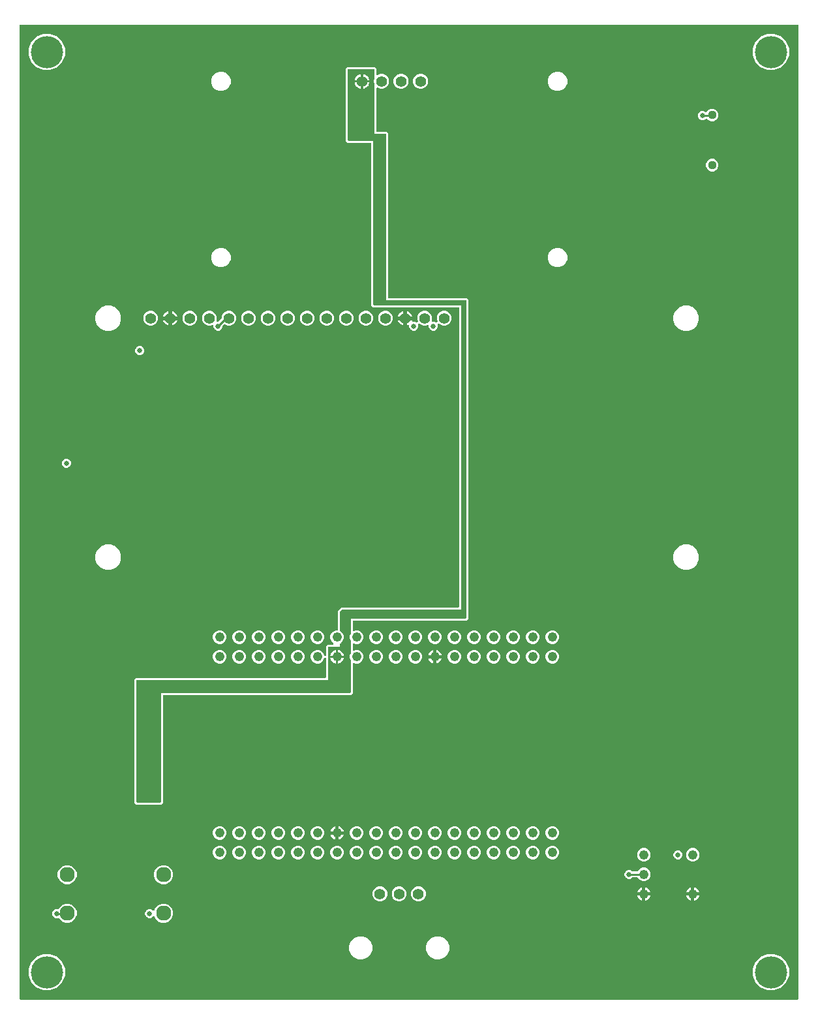
<source format=gbr>
G04 EAGLE Gerber RS-274X export*
G75*
%MOMM*%
%FSLAX34Y34*%
%LPD*%
%INCopper Layer 15*%
%IPPOS*%
%AMOC8*
5,1,8,0,0,1.08239X$1,22.5*%
G01*
%ADD10C,1.422400*%
%ADD11C,1.244600*%
%ADD12C,1.120000*%
%ADD13C,1.400000*%
%ADD14C,1.960000*%
%ADD15C,4.191000*%
%ADD16C,0.254000*%
%ADD17C,0.654800*%

G36*
X1012109Y2556D02*
X1012109Y2556D01*
X1012227Y2563D01*
X1012266Y2575D01*
X1012306Y2581D01*
X1012417Y2624D01*
X1012530Y2661D01*
X1012564Y2683D01*
X1012602Y2698D01*
X1012698Y2767D01*
X1012799Y2831D01*
X1012826Y2861D01*
X1012859Y2884D01*
X1012935Y2976D01*
X1013017Y3063D01*
X1013036Y3098D01*
X1013062Y3129D01*
X1013113Y3237D01*
X1013170Y3341D01*
X1013180Y3381D01*
X1013198Y3417D01*
X1013220Y3534D01*
X1013250Y3649D01*
X1013253Y3709D01*
X1013257Y3729D01*
X1013256Y3750D01*
X1013260Y3810D01*
X1013459Y1266190D01*
X1013444Y1266308D01*
X1013436Y1266427D01*
X1013424Y1266465D01*
X1013419Y1266505D01*
X1013375Y1266616D01*
X1013338Y1266729D01*
X1013317Y1266764D01*
X1013302Y1266801D01*
X1013232Y1266897D01*
X1013168Y1266998D01*
X1013139Y1267026D01*
X1013115Y1267058D01*
X1013023Y1267135D01*
X1012937Y1267216D01*
X1012901Y1267236D01*
X1012870Y1267261D01*
X1012762Y1267312D01*
X1012658Y1267370D01*
X1012619Y1267380D01*
X1012582Y1267397D01*
X1012465Y1267419D01*
X1012350Y1267449D01*
X1012290Y1267453D01*
X1012270Y1267457D01*
X1012250Y1267455D01*
X1012189Y1267459D01*
X3810Y1267459D01*
X3692Y1267444D01*
X3573Y1267437D01*
X3535Y1267424D01*
X3494Y1267419D01*
X3384Y1267376D01*
X3271Y1267339D01*
X3236Y1267317D01*
X3199Y1267302D01*
X3103Y1267233D01*
X3002Y1267169D01*
X2974Y1267139D01*
X2941Y1267116D01*
X2865Y1267024D01*
X2784Y1266937D01*
X2764Y1266902D01*
X2739Y1266871D01*
X2688Y1266763D01*
X2630Y1266659D01*
X2620Y1266619D01*
X2603Y1266583D01*
X2581Y1266466D01*
X2551Y1266351D01*
X2547Y1266291D01*
X2543Y1266271D01*
X2545Y1266250D01*
X2541Y1266190D01*
X2541Y3810D01*
X2556Y3692D01*
X2563Y3573D01*
X2576Y3535D01*
X2581Y3494D01*
X2624Y3384D01*
X2661Y3271D01*
X2683Y3236D01*
X2698Y3199D01*
X2767Y3103D01*
X2831Y3002D01*
X2861Y2974D01*
X2884Y2941D01*
X2976Y2865D01*
X3063Y2784D01*
X3098Y2764D01*
X3129Y2739D01*
X3237Y2688D01*
X3341Y2630D01*
X3381Y2620D01*
X3417Y2603D01*
X3534Y2581D01*
X3649Y2551D01*
X3709Y2547D01*
X3729Y2543D01*
X3750Y2545D01*
X3810Y2541D01*
X1011991Y2541D01*
X1012109Y2556D01*
G37*
%LPC*%
G36*
X153572Y255777D02*
X153572Y255777D01*
X151637Y257712D01*
X151637Y417928D01*
X153572Y419863D01*
X399288Y419863D01*
X399406Y419878D01*
X399525Y419885D01*
X399563Y419898D01*
X399604Y419903D01*
X399714Y419946D01*
X399827Y419983D01*
X399862Y420005D01*
X399899Y420020D01*
X399995Y420089D01*
X400096Y420153D01*
X400124Y420183D01*
X400157Y420206D01*
X400233Y420298D01*
X400314Y420385D01*
X400334Y420420D01*
X400359Y420451D01*
X400410Y420559D01*
X400468Y420663D01*
X400478Y420703D01*
X400495Y420739D01*
X400517Y420856D01*
X400547Y420971D01*
X400551Y421031D01*
X400555Y421051D01*
X400553Y421072D01*
X400557Y421132D01*
X400557Y445196D01*
X400549Y445265D01*
X400550Y445335D01*
X400529Y445422D01*
X400517Y445511D01*
X400492Y445576D01*
X400475Y445644D01*
X400433Y445724D01*
X400400Y445807D01*
X400359Y445863D01*
X400327Y445925D01*
X400266Y445992D01*
X400214Y446064D01*
X400160Y446109D01*
X400113Y446161D01*
X400038Y446210D01*
X399969Y446267D01*
X399905Y446297D01*
X399847Y446335D01*
X399762Y446364D01*
X399681Y446403D01*
X399612Y446416D01*
X399546Y446438D01*
X399457Y446446D01*
X399369Y446462D01*
X399299Y446458D01*
X399229Y446464D01*
X399141Y446448D01*
X399051Y446443D01*
X398985Y446421D01*
X398916Y446409D01*
X398834Y446372D01*
X398749Y446345D01*
X398690Y446307D01*
X398626Y446279D01*
X398556Y446223D01*
X398480Y446175D01*
X398432Y446124D01*
X398378Y446080D01*
X398323Y446008D01*
X398262Y445943D01*
X398228Y445882D01*
X398186Y445826D01*
X398115Y445682D01*
X396730Y442336D01*
X394264Y439870D01*
X391043Y438536D01*
X387557Y438536D01*
X384336Y439870D01*
X381870Y442336D01*
X380536Y445557D01*
X380536Y449043D01*
X381870Y452264D01*
X384336Y454730D01*
X387557Y456064D01*
X391043Y456064D01*
X394264Y454730D01*
X396730Y452264D01*
X398115Y448918D01*
X398150Y448858D01*
X398176Y448793D01*
X398228Y448720D01*
X398273Y448642D01*
X398321Y448592D01*
X398362Y448536D01*
X398432Y448478D01*
X398494Y448414D01*
X398554Y448377D01*
X398607Y448333D01*
X398689Y448295D01*
X398765Y448248D01*
X398832Y448227D01*
X398895Y448197D01*
X398983Y448180D01*
X399069Y448154D01*
X399139Y448151D01*
X399208Y448138D01*
X399297Y448143D01*
X399387Y448139D01*
X399455Y448153D01*
X399525Y448157D01*
X399610Y448185D01*
X399698Y448203D01*
X399761Y448234D01*
X399827Y448255D01*
X399903Y448303D01*
X399984Y448343D01*
X400037Y448388D01*
X400096Y448425D01*
X400158Y448491D01*
X400226Y448549D01*
X400266Y448606D01*
X400314Y448657D01*
X400357Y448736D01*
X400409Y448809D01*
X400434Y448875D01*
X400468Y448936D01*
X400490Y449022D01*
X400522Y449107D01*
X400530Y449176D01*
X400547Y449244D01*
X400557Y449404D01*
X400557Y461108D01*
X402492Y463043D01*
X408899Y463043D01*
X409037Y463060D01*
X409176Y463073D01*
X409195Y463080D01*
X409215Y463083D01*
X409344Y463134D01*
X409475Y463181D01*
X409492Y463192D01*
X409510Y463200D01*
X409623Y463281D01*
X409738Y463359D01*
X409751Y463375D01*
X409768Y463386D01*
X409857Y463494D01*
X409949Y463598D01*
X409958Y463616D01*
X409971Y463631D01*
X410030Y463757D01*
X410093Y463881D01*
X410098Y463901D01*
X410106Y463919D01*
X410132Y464055D01*
X410163Y464191D01*
X410162Y464212D01*
X410166Y464231D01*
X410157Y464370D01*
X410153Y464509D01*
X410147Y464529D01*
X410146Y464549D01*
X410103Y464681D01*
X410065Y464815D01*
X410054Y464832D01*
X410048Y464851D01*
X409974Y464969D01*
X409903Y465089D01*
X409885Y465110D01*
X409878Y465120D01*
X409863Y465134D01*
X409797Y465209D01*
X407270Y467736D01*
X405936Y470957D01*
X405936Y474443D01*
X407270Y477664D01*
X409736Y480130D01*
X412957Y481464D01*
X414528Y481464D01*
X414646Y481479D01*
X414765Y481486D01*
X414803Y481499D01*
X414844Y481504D01*
X414954Y481547D01*
X415067Y481584D01*
X415102Y481606D01*
X415139Y481621D01*
X415235Y481690D01*
X415336Y481754D01*
X415364Y481784D01*
X415397Y481807D01*
X415473Y481899D01*
X415554Y481986D01*
X415574Y482021D01*
X415599Y482052D01*
X415650Y482160D01*
X415708Y482264D01*
X415718Y482304D01*
X415735Y482340D01*
X415757Y482457D01*
X415787Y482572D01*
X415791Y482632D01*
X415795Y482652D01*
X415793Y482673D01*
X415797Y482733D01*
X415797Y506828D01*
X418103Y509134D01*
X418104Y509134D01*
X420272Y511303D01*
X572008Y511303D01*
X572126Y511318D01*
X572245Y511325D01*
X572283Y511338D01*
X572324Y511343D01*
X572434Y511386D01*
X572547Y511423D01*
X572582Y511445D01*
X572619Y511460D01*
X572715Y511529D01*
X572816Y511593D01*
X572844Y511623D01*
X572877Y511646D01*
X572953Y511738D01*
X573034Y511825D01*
X573054Y511860D01*
X573079Y511891D01*
X573130Y511999D01*
X573188Y512103D01*
X573198Y512143D01*
X573215Y512179D01*
X573237Y512296D01*
X573267Y512411D01*
X573271Y512471D01*
X573275Y512491D01*
X573273Y512512D01*
X573277Y512572D01*
X573277Y899668D01*
X573262Y899786D01*
X573255Y899905D01*
X573242Y899943D01*
X573237Y899984D01*
X573194Y900094D01*
X573157Y900207D01*
X573135Y900242D01*
X573120Y900279D01*
X573051Y900375D01*
X572987Y900476D01*
X572957Y900504D01*
X572934Y900537D01*
X572842Y900613D01*
X572755Y900694D01*
X572720Y900714D01*
X572689Y900739D01*
X572581Y900790D01*
X572477Y900848D01*
X572437Y900858D01*
X572401Y900875D01*
X572284Y900897D01*
X572169Y900927D01*
X572109Y900931D01*
X572089Y900935D01*
X572068Y900933D01*
X572008Y900937D01*
X460912Y900937D01*
X458977Y902872D01*
X458977Y1113028D01*
X458962Y1113146D01*
X458955Y1113265D01*
X458942Y1113303D01*
X458937Y1113344D01*
X458894Y1113454D01*
X458857Y1113567D01*
X458835Y1113602D01*
X458820Y1113639D01*
X458751Y1113735D01*
X458687Y1113836D01*
X458657Y1113864D01*
X458634Y1113897D01*
X458542Y1113973D01*
X458455Y1114054D01*
X458420Y1114074D01*
X458389Y1114099D01*
X458281Y1114150D01*
X458177Y1114208D01*
X458137Y1114218D01*
X458101Y1114235D01*
X457984Y1114257D01*
X457869Y1114287D01*
X457809Y1114291D01*
X457789Y1114295D01*
X457768Y1114293D01*
X457708Y1114297D01*
X427892Y1114297D01*
X425957Y1116232D01*
X425957Y1210408D01*
X427892Y1212343D01*
X463648Y1212343D01*
X465583Y1210408D01*
X465583Y1203307D01*
X465589Y1203258D01*
X465587Y1203208D01*
X465609Y1203101D01*
X465623Y1202992D01*
X465641Y1202945D01*
X465651Y1202897D01*
X465699Y1202798D01*
X465740Y1202696D01*
X465769Y1202656D01*
X465791Y1202611D01*
X465862Y1202528D01*
X465926Y1202439D01*
X465965Y1202407D01*
X465997Y1202369D01*
X466087Y1202306D01*
X466171Y1202236D01*
X466216Y1202215D01*
X466257Y1202186D01*
X466360Y1202147D01*
X466459Y1202100D01*
X466508Y1202091D01*
X466554Y1202073D01*
X466664Y1202061D01*
X466771Y1202041D01*
X466821Y1202044D01*
X466870Y1202038D01*
X466979Y1202053D01*
X467089Y1202060D01*
X467136Y1202076D01*
X467185Y1202083D01*
X467338Y1202135D01*
X470520Y1203453D01*
X474360Y1203453D01*
X477908Y1201983D01*
X480623Y1199268D01*
X482093Y1195720D01*
X482093Y1191880D01*
X480623Y1188332D01*
X477908Y1185617D01*
X474360Y1184147D01*
X470520Y1184147D01*
X467338Y1185465D01*
X467290Y1185479D01*
X467245Y1185500D01*
X467137Y1185520D01*
X467031Y1185549D01*
X466981Y1185550D01*
X466932Y1185559D01*
X466823Y1185553D01*
X466713Y1185554D01*
X466665Y1185543D01*
X466615Y1185540D01*
X466511Y1185506D01*
X466404Y1185480D01*
X466360Y1185457D01*
X466313Y1185442D01*
X466220Y1185383D01*
X466123Y1185332D01*
X466086Y1185298D01*
X466044Y1185272D01*
X465969Y1185191D01*
X465887Y1185118D01*
X465860Y1185076D01*
X465826Y1185040D01*
X465773Y1184944D01*
X465713Y1184852D01*
X465696Y1184805D01*
X465672Y1184761D01*
X465645Y1184655D01*
X465609Y1184551D01*
X465605Y1184502D01*
X465593Y1184453D01*
X465583Y1184293D01*
X465583Y1129792D01*
X465598Y1129674D01*
X465605Y1129555D01*
X465618Y1129517D01*
X465623Y1129476D01*
X465666Y1129366D01*
X465703Y1129253D01*
X465725Y1129218D01*
X465740Y1129181D01*
X465809Y1129085D01*
X465873Y1128984D01*
X465903Y1128956D01*
X465926Y1128923D01*
X466018Y1128847D01*
X466105Y1128766D01*
X466140Y1128746D01*
X466171Y1128721D01*
X466279Y1128670D01*
X466383Y1128612D01*
X466423Y1128602D01*
X466459Y1128585D01*
X466576Y1128563D01*
X466691Y1128533D01*
X466751Y1128529D01*
X466771Y1128525D01*
X466792Y1128527D01*
X466852Y1128523D01*
X478888Y1128523D01*
X480823Y1126588D01*
X480823Y913892D01*
X480838Y913774D01*
X480845Y913655D01*
X480858Y913617D01*
X480863Y913576D01*
X480906Y913466D01*
X480943Y913353D01*
X480965Y913318D01*
X480980Y913281D01*
X481049Y913185D01*
X481113Y913084D01*
X481143Y913056D01*
X481166Y913023D01*
X481258Y912947D01*
X481345Y912866D01*
X481380Y912846D01*
X481411Y912821D01*
X481519Y912770D01*
X481623Y912712D01*
X481663Y912702D01*
X481699Y912685D01*
X481816Y912663D01*
X481931Y912633D01*
X481991Y912629D01*
X482011Y912625D01*
X482032Y912627D01*
X482092Y912623D01*
X583028Y912623D01*
X584963Y910688D01*
X584963Y496472D01*
X583028Y494537D01*
X436372Y494537D01*
X436254Y494522D01*
X436135Y494515D01*
X436097Y494502D01*
X436056Y494497D01*
X435946Y494454D01*
X435833Y494417D01*
X435798Y494395D01*
X435761Y494380D01*
X435665Y494311D01*
X435564Y494247D01*
X435536Y494217D01*
X435503Y494194D01*
X435427Y494102D01*
X435346Y494015D01*
X435326Y493980D01*
X435301Y493949D01*
X435250Y493841D01*
X435192Y493737D01*
X435182Y493697D01*
X435165Y493661D01*
X435143Y493544D01*
X435113Y493429D01*
X435109Y493369D01*
X435105Y493349D01*
X435107Y493328D01*
X435103Y493268D01*
X435103Y482015D01*
X435109Y481966D01*
X435107Y481916D01*
X435129Y481809D01*
X435143Y481700D01*
X435161Y481654D01*
X435171Y481605D01*
X435219Y481506D01*
X435260Y481404D01*
X435289Y481364D01*
X435311Y481319D01*
X435382Y481236D01*
X435446Y481147D01*
X435485Y481115D01*
X435517Y481077D01*
X435607Y481014D01*
X435691Y480944D01*
X435736Y480923D01*
X435777Y480894D01*
X435880Y480855D01*
X435979Y480809D01*
X436028Y480799D01*
X436074Y480782D01*
X436184Y480769D01*
X436291Y480749D01*
X436341Y480752D01*
X436390Y480746D01*
X436499Y480762D01*
X436609Y480768D01*
X436656Y480784D01*
X436705Y480791D01*
X436858Y480843D01*
X438357Y481464D01*
X441843Y481464D01*
X445064Y480130D01*
X447530Y477664D01*
X448864Y474443D01*
X448864Y470957D01*
X447530Y467736D01*
X445064Y465270D01*
X441843Y463936D01*
X438357Y463936D01*
X436858Y464557D01*
X436810Y464570D01*
X436765Y464591D01*
X436657Y464612D01*
X436551Y464641D01*
X436501Y464642D01*
X436452Y464651D01*
X436343Y464644D01*
X436233Y464646D01*
X436185Y464635D01*
X436135Y464632D01*
X436031Y464598D01*
X435924Y464572D01*
X435880Y464549D01*
X435833Y464533D01*
X435740Y464475D01*
X435643Y464423D01*
X435606Y464390D01*
X435564Y464363D01*
X435489Y464283D01*
X435407Y464209D01*
X435380Y464168D01*
X435346Y464132D01*
X435293Y464036D01*
X435233Y463944D01*
X435216Y463897D01*
X435192Y463853D01*
X435165Y463747D01*
X435129Y463643D01*
X435125Y463593D01*
X435113Y463545D01*
X435103Y463385D01*
X435103Y456615D01*
X435109Y456566D01*
X435107Y456516D01*
X435129Y456409D01*
X435143Y456300D01*
X435161Y456254D01*
X435171Y456205D01*
X435219Y456106D01*
X435260Y456004D01*
X435289Y455964D01*
X435311Y455919D01*
X435382Y455836D01*
X435446Y455747D01*
X435485Y455715D01*
X435517Y455677D01*
X435607Y455614D01*
X435691Y455544D01*
X435736Y455523D01*
X435777Y455494D01*
X435880Y455455D01*
X435979Y455409D01*
X436028Y455399D01*
X436074Y455382D01*
X436184Y455369D01*
X436291Y455349D01*
X436341Y455352D01*
X436390Y455346D01*
X436499Y455362D01*
X436609Y455368D01*
X436656Y455384D01*
X436705Y455391D01*
X436858Y455443D01*
X438357Y456064D01*
X441843Y456064D01*
X445064Y454730D01*
X447530Y452264D01*
X448864Y449043D01*
X448864Y445557D01*
X447530Y442336D01*
X445064Y439870D01*
X441843Y438536D01*
X438357Y438536D01*
X436858Y439157D01*
X436810Y439170D01*
X436765Y439191D01*
X436657Y439212D01*
X436551Y439241D01*
X436501Y439242D01*
X436452Y439251D01*
X436343Y439244D01*
X436233Y439246D01*
X436185Y439235D01*
X436135Y439232D01*
X436031Y439198D01*
X435924Y439172D01*
X435880Y439149D01*
X435833Y439133D01*
X435740Y439075D01*
X435643Y439023D01*
X435606Y438990D01*
X435564Y438963D01*
X435489Y438883D01*
X435407Y438809D01*
X435380Y438768D01*
X435346Y438732D01*
X435293Y438636D01*
X435233Y438544D01*
X435216Y438497D01*
X435192Y438453D01*
X435165Y438347D01*
X435129Y438243D01*
X435125Y438193D01*
X435113Y438145D01*
X435103Y437985D01*
X435103Y399952D01*
X433168Y398017D01*
X189992Y398017D01*
X189874Y398002D01*
X189755Y397995D01*
X189717Y397982D01*
X189676Y397977D01*
X189566Y397934D01*
X189453Y397897D01*
X189418Y397875D01*
X189381Y397860D01*
X189285Y397791D01*
X189184Y397727D01*
X189156Y397697D01*
X189123Y397674D01*
X189047Y397582D01*
X188966Y397495D01*
X188946Y397460D01*
X188921Y397429D01*
X188870Y397321D01*
X188812Y397217D01*
X188802Y397177D01*
X188785Y397141D01*
X188763Y397024D01*
X188733Y396909D01*
X188729Y396849D01*
X188725Y396829D01*
X188727Y396808D01*
X188723Y396748D01*
X188723Y257712D01*
X186788Y255777D01*
X153572Y255777D01*
G37*
%LPD*%
G36*
X185440Y258322D02*
X185440Y258322D01*
X185459Y258320D01*
X185561Y258342D01*
X185663Y258359D01*
X185680Y258368D01*
X185700Y258372D01*
X185789Y258425D01*
X185880Y258474D01*
X185894Y258488D01*
X185911Y258498D01*
X185978Y258577D01*
X186050Y258652D01*
X186058Y258670D01*
X186071Y258685D01*
X186110Y258781D01*
X186153Y258875D01*
X186155Y258895D01*
X186163Y258913D01*
X186181Y259080D01*
X186181Y400559D01*
X431800Y400559D01*
X431820Y400562D01*
X431839Y400560D01*
X431941Y400582D01*
X432043Y400599D01*
X432060Y400608D01*
X432080Y400612D01*
X432169Y400665D01*
X432260Y400714D01*
X432274Y400728D01*
X432291Y400738D01*
X432358Y400817D01*
X432430Y400892D01*
X432438Y400910D01*
X432451Y400925D01*
X432490Y401021D01*
X432533Y401115D01*
X432535Y401135D01*
X432543Y401153D01*
X432561Y401320D01*
X432561Y442448D01*
X432551Y442513D01*
X432550Y442578D01*
X432527Y442658D01*
X432522Y442691D01*
X432512Y442708D01*
X432503Y442739D01*
X431336Y445557D01*
X431336Y449043D01*
X432503Y451861D01*
X432518Y451924D01*
X432543Y451985D01*
X432552Y452068D01*
X432559Y452100D01*
X432558Y452119D01*
X432561Y452152D01*
X432561Y467848D01*
X432551Y467913D01*
X432550Y467978D01*
X432527Y468058D01*
X432522Y468091D01*
X432512Y468108D01*
X432503Y468139D01*
X431336Y470957D01*
X431336Y474443D01*
X432503Y477261D01*
X432517Y477319D01*
X432533Y477354D01*
X432534Y477364D01*
X432543Y477385D01*
X432552Y477468D01*
X432559Y477500D01*
X432558Y477519D01*
X432561Y477552D01*
X432561Y497079D01*
X581660Y497079D01*
X581680Y497082D01*
X581699Y497080D01*
X581801Y497102D01*
X581903Y497119D01*
X581920Y497128D01*
X581940Y497132D01*
X582029Y497185D01*
X582120Y497234D01*
X582134Y497248D01*
X582151Y497258D01*
X582218Y497337D01*
X582290Y497412D01*
X582298Y497430D01*
X582311Y497445D01*
X582350Y497541D01*
X582393Y497635D01*
X582395Y497655D01*
X582403Y497673D01*
X582421Y497840D01*
X582421Y909320D01*
X582418Y909340D01*
X582420Y909359D01*
X582398Y909461D01*
X582382Y909563D01*
X582372Y909580D01*
X582368Y909600D01*
X582315Y909689D01*
X582266Y909780D01*
X582252Y909794D01*
X582242Y909811D01*
X582163Y909878D01*
X582088Y909950D01*
X582070Y909958D01*
X582055Y909971D01*
X581959Y910010D01*
X581865Y910053D01*
X581845Y910055D01*
X581827Y910063D01*
X581660Y910081D01*
X478281Y910081D01*
X478281Y1125220D01*
X478278Y1125240D01*
X478280Y1125259D01*
X478258Y1125361D01*
X478242Y1125463D01*
X478232Y1125480D01*
X478228Y1125500D01*
X478175Y1125589D01*
X478126Y1125680D01*
X478112Y1125694D01*
X478102Y1125711D01*
X478023Y1125778D01*
X477948Y1125850D01*
X477930Y1125858D01*
X477915Y1125871D01*
X477819Y1125910D01*
X477725Y1125953D01*
X477705Y1125955D01*
X477687Y1125963D01*
X477520Y1125981D01*
X463041Y1125981D01*
X463041Y1191115D01*
X463031Y1191180D01*
X463030Y1191246D01*
X463007Y1191326D01*
X463002Y1191358D01*
X462992Y1191375D01*
X462983Y1191407D01*
X462787Y1191880D01*
X462787Y1195720D01*
X462983Y1196193D01*
X462998Y1196257D01*
X463023Y1196318D01*
X463032Y1196401D01*
X463039Y1196433D01*
X463038Y1196452D01*
X463041Y1196485D01*
X463041Y1209040D01*
X463038Y1209060D01*
X463040Y1209079D01*
X463018Y1209181D01*
X463002Y1209283D01*
X462992Y1209300D01*
X462988Y1209320D01*
X462935Y1209409D01*
X462886Y1209500D01*
X462872Y1209514D01*
X462862Y1209531D01*
X462783Y1209598D01*
X462708Y1209670D01*
X462690Y1209678D01*
X462675Y1209691D01*
X462579Y1209730D01*
X462485Y1209773D01*
X462465Y1209775D01*
X462447Y1209783D01*
X462280Y1209801D01*
X429260Y1209801D01*
X429240Y1209798D01*
X429221Y1209800D01*
X429119Y1209778D01*
X429017Y1209762D01*
X429000Y1209752D01*
X428980Y1209748D01*
X428891Y1209695D01*
X428800Y1209646D01*
X428786Y1209632D01*
X428769Y1209622D01*
X428702Y1209543D01*
X428631Y1209468D01*
X428622Y1209450D01*
X428609Y1209435D01*
X428570Y1209339D01*
X428527Y1209245D01*
X428525Y1209225D01*
X428517Y1209207D01*
X428499Y1209040D01*
X428499Y1117600D01*
X428502Y1117580D01*
X428500Y1117561D01*
X428522Y1117459D01*
X428539Y1117357D01*
X428548Y1117340D01*
X428552Y1117320D01*
X428605Y1117231D01*
X428654Y1117140D01*
X428668Y1117126D01*
X428678Y1117109D01*
X428757Y1117042D01*
X428832Y1116971D01*
X428850Y1116962D01*
X428865Y1116949D01*
X428961Y1116910D01*
X429055Y1116867D01*
X429075Y1116865D01*
X429093Y1116857D01*
X429260Y1116839D01*
X461519Y1116839D01*
X461519Y904240D01*
X461522Y904220D01*
X461520Y904201D01*
X461542Y904099D01*
X461559Y903997D01*
X461568Y903980D01*
X461572Y903960D01*
X461625Y903871D01*
X461674Y903780D01*
X461688Y903766D01*
X461698Y903749D01*
X461777Y903682D01*
X461852Y903611D01*
X461870Y903602D01*
X461885Y903589D01*
X461981Y903550D01*
X462075Y903507D01*
X462095Y903505D01*
X462113Y903497D01*
X462280Y903479D01*
X575819Y903479D01*
X575819Y508761D01*
X421640Y508761D01*
X421550Y508747D01*
X421459Y508739D01*
X421429Y508727D01*
X421397Y508722D01*
X421317Y508679D01*
X421233Y508643D01*
X421201Y508617D01*
X421180Y508606D01*
X421158Y508583D01*
X421102Y508538D01*
X418562Y505998D01*
X418509Y505924D01*
X418449Y505855D01*
X418437Y505825D01*
X418418Y505799D01*
X418391Y505712D01*
X418357Y505627D01*
X418353Y505586D01*
X418346Y505563D01*
X418347Y505531D01*
X418339Y505460D01*
X418339Y481187D01*
X418358Y481073D01*
X418375Y480956D01*
X418378Y480951D01*
X418379Y480944D01*
X418433Y480842D01*
X418486Y480737D01*
X418491Y480733D01*
X418494Y480727D01*
X418578Y480647D01*
X418662Y480565D01*
X418668Y480561D01*
X418672Y480558D01*
X418689Y480550D01*
X418809Y480484D01*
X419664Y480130D01*
X422130Y477664D01*
X423464Y474443D01*
X423464Y470957D01*
X422130Y467736D01*
X419664Y465270D01*
X418809Y464916D01*
X418709Y464854D01*
X418609Y464795D01*
X418605Y464790D01*
X418600Y464787D01*
X418525Y464697D01*
X418449Y464608D01*
X418447Y464602D01*
X418443Y464597D01*
X418401Y464489D01*
X418357Y464380D01*
X418356Y464372D01*
X418355Y464367D01*
X418354Y464349D01*
X418339Y464213D01*
X418339Y460501D01*
X403860Y460501D01*
X403840Y460498D01*
X403821Y460500D01*
X403719Y460478D01*
X403617Y460462D01*
X403600Y460452D01*
X403580Y460448D01*
X403491Y460395D01*
X403400Y460346D01*
X403386Y460332D01*
X403369Y460322D01*
X403302Y460243D01*
X403231Y460168D01*
X403222Y460150D01*
X403209Y460135D01*
X403170Y460039D01*
X403127Y459945D01*
X403125Y459925D01*
X403117Y459907D01*
X403099Y459740D01*
X403099Y417321D01*
X154940Y417321D01*
X154920Y417318D01*
X154901Y417320D01*
X154799Y417298D01*
X154697Y417282D01*
X154680Y417272D01*
X154660Y417268D01*
X154571Y417215D01*
X154480Y417166D01*
X154466Y417152D01*
X154449Y417142D01*
X154382Y417063D01*
X154311Y416988D01*
X154302Y416970D01*
X154289Y416955D01*
X154250Y416859D01*
X154207Y416765D01*
X154205Y416745D01*
X154197Y416727D01*
X154179Y416560D01*
X154179Y259080D01*
X154182Y259060D01*
X154180Y259041D01*
X154202Y258939D01*
X154219Y258837D01*
X154228Y258820D01*
X154232Y258800D01*
X154285Y258711D01*
X154334Y258620D01*
X154348Y258606D01*
X154358Y258589D01*
X154437Y258522D01*
X154512Y258451D01*
X154530Y258442D01*
X154545Y258429D01*
X154641Y258390D01*
X154735Y258347D01*
X154755Y258345D01*
X154773Y258337D01*
X154940Y258319D01*
X185420Y258319D01*
X185440Y258322D01*
G37*
%LPC*%
G36*
X33426Y1208404D02*
X33426Y1208404D01*
X24791Y1211981D01*
X18181Y1218591D01*
X14604Y1227226D01*
X14604Y1236574D01*
X18181Y1245209D01*
X24791Y1251819D01*
X33426Y1255396D01*
X42774Y1255396D01*
X51409Y1251819D01*
X58019Y1245209D01*
X61596Y1236574D01*
X61596Y1227226D01*
X58019Y1218591D01*
X51409Y1211981D01*
X42774Y1208404D01*
X33426Y1208404D01*
G37*
%LPD*%
%LPC*%
G36*
X973226Y1208404D02*
X973226Y1208404D01*
X964591Y1211981D01*
X957981Y1218591D01*
X954404Y1227226D01*
X954404Y1236574D01*
X957981Y1245209D01*
X964591Y1251819D01*
X973226Y1255396D01*
X982574Y1255396D01*
X991209Y1251819D01*
X997819Y1245209D01*
X1001396Y1236574D01*
X1001396Y1227226D01*
X997819Y1218591D01*
X991209Y1211981D01*
X982574Y1208404D01*
X973226Y1208404D01*
G37*
%LPD*%
%LPC*%
G36*
X33426Y14604D02*
X33426Y14604D01*
X24791Y18181D01*
X18181Y24791D01*
X14604Y33426D01*
X14604Y42774D01*
X18181Y51409D01*
X24791Y58019D01*
X33426Y61596D01*
X42774Y61596D01*
X51409Y58019D01*
X58019Y51409D01*
X61596Y42774D01*
X61596Y33426D01*
X58019Y24791D01*
X51409Y18181D01*
X42774Y14604D01*
X33426Y14604D01*
G37*
%LPD*%
%LPC*%
G36*
X973226Y14604D02*
X973226Y14604D01*
X964591Y18181D01*
X957981Y24791D01*
X954404Y33426D01*
X954404Y42774D01*
X957981Y51409D01*
X964591Y58019D01*
X973226Y61596D01*
X982574Y61596D01*
X991209Y58019D01*
X997819Y51409D01*
X1001396Y42774D01*
X1001396Y33426D01*
X997819Y24791D01*
X991209Y18181D01*
X982574Y14604D01*
X973226Y14604D01*
G37*
%LPD*%
%LPC*%
G36*
X864470Y559979D02*
X864470Y559979D01*
X858390Y562497D01*
X853737Y567150D01*
X851219Y573230D01*
X851219Y579810D01*
X853737Y585890D01*
X858390Y590543D01*
X864470Y593061D01*
X871050Y593061D01*
X877130Y590543D01*
X881783Y585890D01*
X884301Y579810D01*
X884301Y573230D01*
X881783Y567150D01*
X877130Y562497D01*
X871050Y559979D01*
X864470Y559979D01*
G37*
%LPD*%
%LPC*%
G36*
X114470Y559979D02*
X114470Y559979D01*
X108390Y562497D01*
X103737Y567150D01*
X101219Y573230D01*
X101219Y579810D01*
X103737Y585890D01*
X108390Y590543D01*
X114470Y593061D01*
X121050Y593061D01*
X127130Y590543D01*
X131783Y585890D01*
X134301Y579810D01*
X134301Y573230D01*
X131783Y567150D01*
X127130Y562497D01*
X121050Y559979D01*
X114470Y559979D01*
G37*
%LPD*%
%LPC*%
G36*
X864470Y869979D02*
X864470Y869979D01*
X858390Y872497D01*
X853737Y877150D01*
X851219Y883230D01*
X851219Y889810D01*
X853737Y895890D01*
X858390Y900543D01*
X864470Y903061D01*
X871050Y903061D01*
X877130Y900543D01*
X881783Y895890D01*
X884301Y889810D01*
X884301Y883230D01*
X881783Y877150D01*
X877130Y872497D01*
X871050Y869979D01*
X864470Y869979D01*
G37*
%LPD*%
%LPC*%
G36*
X114470Y869979D02*
X114470Y869979D01*
X108390Y872497D01*
X103737Y877150D01*
X101219Y883230D01*
X101219Y889810D01*
X103737Y895890D01*
X108390Y900543D01*
X114470Y903061D01*
X121050Y903061D01*
X127130Y900543D01*
X131783Y895890D01*
X134301Y889810D01*
X134301Y883230D01*
X131783Y877150D01*
X127130Y872497D01*
X121050Y869979D01*
X114470Y869979D01*
G37*
%LPD*%
%LPC*%
G36*
X513193Y870485D02*
X513193Y870485D01*
X511056Y871370D01*
X509420Y873006D01*
X508535Y875143D01*
X508535Y876582D01*
X508523Y876680D01*
X508520Y876780D01*
X508503Y876837D01*
X508495Y876897D01*
X508459Y876990D01*
X508431Y877085D01*
X508400Y877137D01*
X508378Y877193D01*
X508320Y877273D01*
X508269Y877359D01*
X508227Y877402D01*
X508192Y877450D01*
X508115Y877514D01*
X508045Y877584D01*
X507993Y877615D01*
X507947Y877653D01*
X507857Y877695D01*
X507771Y877746D01*
X507713Y877763D01*
X507659Y877789D01*
X507561Y877807D01*
X507466Y877835D01*
X507406Y877837D01*
X507347Y877848D01*
X507247Y877842D01*
X507148Y877845D01*
X507089Y877832D01*
X507029Y877829D01*
X506935Y877798D01*
X506837Y877776D01*
X506746Y877737D01*
X506727Y877731D01*
X506716Y877724D01*
X506690Y877713D01*
X506622Y877678D01*
X505459Y877300D01*
X505459Y884021D01*
X512180Y884021D01*
X512100Y883776D01*
X512064Y883585D01*
X512041Y883464D01*
X512052Y883276D01*
X512060Y883147D01*
X512061Y883146D01*
X512119Y882968D01*
X512158Y882845D01*
X512159Y882844D01*
X512248Y882703D01*
X512329Y882576D01*
X512329Y882575D01*
X512425Y882485D01*
X512560Y882358D01*
X512561Y882358D01*
X512690Y882286D01*
X512839Y882204D01*
X513006Y882161D01*
X513147Y882125D01*
X513148Y882125D01*
X513307Y882115D01*
X515507Y882115D01*
X517703Y881205D01*
X517718Y881196D01*
X517789Y881141D01*
X517853Y881113D01*
X517912Y881077D01*
X517998Y881050D01*
X518080Y881015D01*
X518149Y881004D01*
X518216Y880983D01*
X518306Y880979D01*
X518394Y880965D01*
X518464Y880971D01*
X518534Y880968D01*
X518622Y880986D01*
X518711Y880994D01*
X518777Y881018D01*
X518845Y881032D01*
X518926Y881072D01*
X519010Y881102D01*
X519068Y881141D01*
X519131Y881172D01*
X519199Y881230D01*
X519274Y881280D01*
X519320Y881333D01*
X519373Y881378D01*
X519425Y881452D01*
X519484Y881519D01*
X519516Y881581D01*
X519556Y881638D01*
X519588Y881722D01*
X519629Y881802D01*
X519644Y881870D01*
X519669Y881936D01*
X519679Y882025D01*
X519698Y882112D01*
X519696Y882182D01*
X519704Y882252D01*
X519692Y882341D01*
X519689Y882430D01*
X519669Y882497D01*
X519660Y882567D01*
X519608Y882719D01*
X518819Y884622D01*
X518819Y888418D01*
X520272Y891924D01*
X522956Y894608D01*
X526462Y896061D01*
X530258Y896061D01*
X533764Y894608D01*
X536448Y891924D01*
X537901Y888418D01*
X537901Y884622D01*
X537589Y883870D01*
X537577Y883826D01*
X537561Y883793D01*
X537561Y883790D01*
X537555Y883777D01*
X537534Y883669D01*
X537505Y883563D01*
X537504Y883513D01*
X537495Y883464D01*
X537502Y883355D01*
X537500Y883245D01*
X537512Y883197D01*
X537515Y883147D01*
X537549Y883043D01*
X537574Y882936D01*
X537597Y882892D01*
X537613Y882845D01*
X537672Y882752D01*
X537723Y882655D01*
X537756Y882618D01*
X537783Y882576D01*
X537863Y882501D01*
X537937Y882419D01*
X537978Y882392D01*
X538015Y882358D01*
X538111Y882305D01*
X538203Y882245D01*
X538250Y882228D01*
X538293Y882204D01*
X538399Y882177D01*
X538503Y882141D01*
X538553Y882137D01*
X538601Y882125D01*
X538762Y882115D01*
X540907Y882115D01*
X543103Y881205D01*
X543118Y881196D01*
X543189Y881141D01*
X543253Y881113D01*
X543312Y881077D01*
X543398Y881050D01*
X543480Y881015D01*
X543549Y881004D01*
X543616Y880983D01*
X543706Y880979D01*
X543794Y880965D01*
X543864Y880971D01*
X543934Y880968D01*
X544022Y880986D01*
X544111Y880994D01*
X544177Y881018D01*
X544245Y881032D01*
X544326Y881072D01*
X544410Y881102D01*
X544468Y881141D01*
X544531Y881172D01*
X544599Y881230D01*
X544674Y881280D01*
X544720Y881333D01*
X544773Y881378D01*
X544825Y881452D01*
X544884Y881519D01*
X544916Y881581D01*
X544956Y881638D01*
X544988Y881722D01*
X545029Y881802D01*
X545044Y881870D01*
X545069Y881936D01*
X545079Y882025D01*
X545098Y882112D01*
X545096Y882182D01*
X545104Y882252D01*
X545092Y882341D01*
X545089Y882430D01*
X545069Y882497D01*
X545060Y882567D01*
X545008Y882719D01*
X544219Y884622D01*
X544219Y888418D01*
X545672Y891924D01*
X548356Y894608D01*
X551862Y896061D01*
X555658Y896061D01*
X559164Y894608D01*
X561848Y891924D01*
X563301Y888418D01*
X563301Y884622D01*
X561848Y881116D01*
X559164Y878432D01*
X555658Y876979D01*
X551862Y876979D01*
X548356Y878432D01*
X547414Y879374D01*
X547359Y879416D01*
X547310Y879467D01*
X547233Y879514D01*
X547162Y879569D01*
X547099Y879596D01*
X547039Y879633D01*
X546953Y879659D01*
X546871Y879695D01*
X546802Y879706D01*
X546735Y879726D01*
X546645Y879731D01*
X546557Y879745D01*
X546487Y879738D01*
X546417Y879742D01*
X546330Y879723D01*
X546240Y879715D01*
X546174Y879691D01*
X546106Y879677D01*
X546025Y879638D01*
X545941Y879607D01*
X545883Y879568D01*
X545820Y879538D01*
X545752Y879479D01*
X545678Y879429D01*
X545631Y879376D01*
X545578Y879331D01*
X545526Y879258D01*
X545467Y879190D01*
X545435Y879128D01*
X545395Y879071D01*
X545363Y878987D01*
X545322Y878907D01*
X545307Y878839D01*
X545282Y878774D01*
X545272Y878684D01*
X545253Y878597D01*
X545255Y878527D01*
X545247Y878458D01*
X545260Y878369D01*
X545262Y878279D01*
X545282Y878212D01*
X545292Y878143D01*
X545344Y877990D01*
X545565Y877457D01*
X545565Y875143D01*
X544680Y873006D01*
X543044Y871370D01*
X540907Y870485D01*
X538593Y870485D01*
X536456Y871370D01*
X534820Y873006D01*
X533935Y875143D01*
X533935Y876603D01*
X533929Y876652D01*
X533931Y876702D01*
X533909Y876809D01*
X533895Y876919D01*
X533877Y876965D01*
X533867Y877013D01*
X533819Y877112D01*
X533778Y877214D01*
X533749Y877254D01*
X533727Y877299D01*
X533656Y877383D01*
X533592Y877472D01*
X533553Y877503D01*
X533521Y877541D01*
X533431Y877604D01*
X533347Y877674D01*
X533302Y877696D01*
X533261Y877724D01*
X533158Y877763D01*
X533059Y877810D01*
X533010Y877819D01*
X532964Y877837D01*
X532854Y877849D01*
X532747Y877870D01*
X532697Y877867D01*
X532648Y877872D01*
X532539Y877857D01*
X532429Y877850D01*
X532382Y877835D01*
X532333Y877828D01*
X532180Y877776D01*
X530258Y876979D01*
X526462Y876979D01*
X522956Y878432D01*
X522014Y879374D01*
X521959Y879416D01*
X521910Y879467D01*
X521833Y879514D01*
X521762Y879569D01*
X521699Y879596D01*
X521639Y879633D01*
X521553Y879659D01*
X521471Y879695D01*
X521402Y879706D01*
X521335Y879726D01*
X521245Y879731D01*
X521157Y879745D01*
X521087Y879738D01*
X521017Y879742D01*
X520930Y879723D01*
X520840Y879715D01*
X520774Y879691D01*
X520706Y879677D01*
X520625Y879638D01*
X520541Y879607D01*
X520483Y879568D01*
X520420Y879538D01*
X520352Y879479D01*
X520278Y879429D01*
X520231Y879376D01*
X520178Y879331D01*
X520126Y879258D01*
X520067Y879190D01*
X520035Y879128D01*
X519995Y879071D01*
X519963Y878987D01*
X519922Y878907D01*
X519907Y878839D01*
X519882Y878774D01*
X519872Y878684D01*
X519853Y878597D01*
X519855Y878527D01*
X519847Y878458D01*
X519860Y878369D01*
X519862Y878279D01*
X519882Y878212D01*
X519892Y878143D01*
X519944Y877990D01*
X520165Y877457D01*
X520165Y875143D01*
X519280Y873006D01*
X517644Y871370D01*
X515507Y870485D01*
X513193Y870485D01*
G37*
%LPD*%
%LPC*%
G36*
X442308Y54659D02*
X442308Y54659D01*
X436780Y56949D01*
X432549Y61180D01*
X430259Y66708D01*
X430259Y72692D01*
X432549Y78220D01*
X436780Y82451D01*
X442308Y84741D01*
X448292Y84741D01*
X453820Y82451D01*
X458051Y78220D01*
X460341Y72692D01*
X460341Y66708D01*
X458051Y61180D01*
X453820Y56949D01*
X448292Y54659D01*
X442308Y54659D01*
G37*
%LPD*%
%LPC*%
G36*
X542308Y54659D02*
X542308Y54659D01*
X536780Y56949D01*
X532549Y61180D01*
X530259Y66708D01*
X530259Y72692D01*
X532549Y78220D01*
X536780Y82451D01*
X542308Y84741D01*
X548292Y84741D01*
X553820Y82451D01*
X558051Y78220D01*
X560341Y72692D01*
X560341Y66708D01*
X558051Y61180D01*
X553820Y56949D01*
X548292Y54659D01*
X542308Y54659D01*
G37*
%LPD*%
%LPC*%
G36*
X259193Y870485D02*
X259193Y870485D01*
X257056Y871370D01*
X255420Y873006D01*
X254535Y875143D01*
X254535Y876603D01*
X254529Y876652D01*
X254531Y876702D01*
X254509Y876809D01*
X254495Y876919D01*
X254477Y876965D01*
X254467Y877013D01*
X254419Y877112D01*
X254378Y877214D01*
X254349Y877254D01*
X254327Y877299D01*
X254256Y877383D01*
X254192Y877472D01*
X254153Y877503D01*
X254121Y877541D01*
X254031Y877604D01*
X253947Y877674D01*
X253902Y877696D01*
X253861Y877724D01*
X253758Y877763D01*
X253659Y877810D01*
X253610Y877819D01*
X253564Y877837D01*
X253454Y877849D01*
X253347Y877870D01*
X253297Y877867D01*
X253248Y877872D01*
X253139Y877857D01*
X253029Y877850D01*
X252982Y877835D01*
X252933Y877828D01*
X252780Y877776D01*
X250858Y876979D01*
X247062Y876979D01*
X243556Y878432D01*
X240872Y881116D01*
X239419Y884622D01*
X239419Y888418D01*
X240872Y891924D01*
X243556Y894608D01*
X247062Y896061D01*
X250858Y896061D01*
X254364Y894608D01*
X257048Y891924D01*
X258501Y888418D01*
X258501Y884622D01*
X258189Y883870D01*
X258177Y883826D01*
X258161Y883793D01*
X258161Y883790D01*
X258155Y883777D01*
X258134Y883669D01*
X258105Y883563D01*
X258104Y883513D01*
X258095Y883464D01*
X258102Y883355D01*
X258100Y883245D01*
X258112Y883197D01*
X258115Y883147D01*
X258149Y883043D01*
X258174Y882936D01*
X258197Y882892D01*
X258213Y882845D01*
X258271Y882752D01*
X258323Y882655D01*
X258356Y882618D01*
X258383Y882576D01*
X258463Y882501D01*
X258537Y882419D01*
X258578Y882392D01*
X258615Y882358D01*
X258711Y882305D01*
X258802Y882245D01*
X258849Y882228D01*
X258893Y882204D01*
X258999Y882177D01*
X259103Y882141D01*
X259153Y882137D01*
X259201Y882125D01*
X259362Y882115D01*
X260250Y882115D01*
X260348Y882127D01*
X260447Y882130D01*
X260505Y882147D01*
X260565Y882155D01*
X260657Y882191D01*
X260753Y882219D01*
X260805Y882249D01*
X260861Y882272D01*
X260941Y882330D01*
X261026Y882380D01*
X261102Y882446D01*
X261118Y882458D01*
X261126Y882468D01*
X261131Y882472D01*
X261135Y882475D01*
X261136Y882477D01*
X261147Y882486D01*
X264448Y885787D01*
X264508Y885865D01*
X264576Y885937D01*
X264605Y885990D01*
X264642Y886038D01*
X264682Y886129D01*
X264730Y886216D01*
X264745Y886274D01*
X264769Y886330D01*
X264784Y886428D01*
X264809Y886524D01*
X264815Y886624D01*
X264819Y886644D01*
X264817Y886656D01*
X264819Y886684D01*
X264819Y888418D01*
X266272Y891924D01*
X268956Y894608D01*
X272462Y896061D01*
X276258Y896061D01*
X279764Y894608D01*
X282448Y891924D01*
X283901Y888418D01*
X283901Y884622D01*
X282448Y881116D01*
X279764Y878432D01*
X276258Y876979D01*
X272462Y876979D01*
X268972Y878425D01*
X268944Y878433D01*
X268917Y878446D01*
X268791Y878475D01*
X268665Y878509D01*
X268636Y878509D01*
X268607Y878516D01*
X268477Y878512D01*
X268347Y878514D01*
X268319Y878507D01*
X268289Y878506D01*
X268165Y878470D01*
X268038Y878440D01*
X268012Y878426D01*
X267984Y878418D01*
X267872Y878352D01*
X267757Y878291D01*
X267735Y878271D01*
X267710Y878256D01*
X267589Y878150D01*
X266536Y877097D01*
X266476Y877019D01*
X266408Y876947D01*
X266379Y876894D01*
X266342Y876846D01*
X266302Y876755D01*
X266254Y876668D01*
X266239Y876610D01*
X266215Y876554D01*
X266200Y876456D01*
X266175Y876360D01*
X266169Y876260D01*
X266165Y876240D01*
X266167Y876228D01*
X266165Y876200D01*
X266165Y875143D01*
X265280Y873006D01*
X263644Y871370D01*
X261507Y870485D01*
X259193Y870485D01*
G37*
%LPD*%
%LPC*%
G36*
X187045Y102359D02*
X187045Y102359D01*
X182510Y104238D01*
X179038Y107710D01*
X178021Y110166D01*
X177996Y110209D01*
X177979Y110255D01*
X177918Y110346D01*
X177863Y110442D01*
X177829Y110478D01*
X177801Y110519D01*
X177718Y110591D01*
X177642Y110670D01*
X177599Y110696D01*
X177562Y110729D01*
X177465Y110779D01*
X177371Y110836D01*
X177323Y110851D01*
X177279Y110874D01*
X177172Y110898D01*
X177067Y110930D01*
X177017Y110932D01*
X176969Y110943D01*
X176859Y110940D01*
X176749Y110945D01*
X176701Y110935D01*
X176651Y110934D01*
X176545Y110903D01*
X176438Y110881D01*
X176393Y110859D01*
X176345Y110845D01*
X176251Y110790D01*
X176152Y110741D01*
X176114Y110709D01*
X176071Y110684D01*
X175951Y110577D01*
X174744Y109370D01*
X172607Y108485D01*
X170293Y108485D01*
X168156Y109370D01*
X166520Y111006D01*
X165635Y113143D01*
X165635Y115457D01*
X166520Y117594D01*
X168156Y119230D01*
X170293Y120115D01*
X172607Y120115D01*
X174744Y119230D01*
X175716Y118257D01*
X175755Y118227D01*
X175789Y118190D01*
X175881Y118129D01*
X175968Y118062D01*
X176013Y118042D01*
X176055Y118015D01*
X176159Y117979D01*
X176259Y117936D01*
X176308Y117928D01*
X176355Y117912D01*
X176465Y117903D01*
X176573Y117886D01*
X176623Y117891D01*
X176672Y117887D01*
X176781Y117905D01*
X176890Y117916D01*
X176937Y117932D01*
X176986Y117941D01*
X177086Y117986D01*
X177189Y118023D01*
X177231Y118051D01*
X177276Y118072D01*
X177362Y118140D01*
X177453Y118202D01*
X177485Y118239D01*
X177524Y118270D01*
X177590Y118358D01*
X177663Y118440D01*
X177686Y118484D01*
X177715Y118524D01*
X177786Y118669D01*
X179038Y121690D01*
X182510Y125162D01*
X187045Y127041D01*
X191955Y127041D01*
X196490Y125162D01*
X199962Y121690D01*
X201841Y117155D01*
X201841Y112245D01*
X199962Y107710D01*
X196490Y104238D01*
X191955Y102359D01*
X187045Y102359D01*
G37*
%LPD*%
%LPC*%
G36*
X62045Y102359D02*
X62045Y102359D01*
X57510Y104238D01*
X54038Y107710D01*
X53945Y107935D01*
X53886Y108038D01*
X53833Y108145D01*
X53807Y108176D01*
X53787Y108211D01*
X53704Y108297D01*
X53627Y108387D01*
X53594Y108411D01*
X53566Y108440D01*
X53464Y108502D01*
X53367Y108570D01*
X53329Y108585D01*
X53295Y108606D01*
X53181Y108641D01*
X53070Y108683D01*
X53029Y108688D01*
X52991Y108699D01*
X52872Y108705D01*
X52754Y108718D01*
X52714Y108713D01*
X52673Y108715D01*
X52556Y108691D01*
X52439Y108674D01*
X52382Y108654D01*
X52362Y108650D01*
X52343Y108641D01*
X52286Y108622D01*
X51957Y108485D01*
X49643Y108485D01*
X47506Y109370D01*
X45870Y111006D01*
X44985Y113143D01*
X44985Y115457D01*
X45870Y117594D01*
X47506Y119230D01*
X49643Y120115D01*
X51957Y120115D01*
X52003Y120095D01*
X52118Y120064D01*
X52231Y120025D01*
X52271Y120022D01*
X52310Y120011D01*
X52429Y120009D01*
X52548Y120000D01*
X52588Y120007D01*
X52628Y120006D01*
X52744Y120034D01*
X52861Y120054D01*
X52898Y120071D01*
X52937Y120080D01*
X53043Y120136D01*
X53151Y120185D01*
X53183Y120210D01*
X53219Y120229D01*
X53307Y120309D01*
X53400Y120384D01*
X53424Y120416D01*
X53454Y120443D01*
X53519Y120543D01*
X53591Y120638D01*
X53617Y120692D01*
X53629Y120709D01*
X53635Y120728D01*
X53662Y120782D01*
X54038Y121690D01*
X57510Y125162D01*
X62045Y127041D01*
X66955Y127041D01*
X71490Y125162D01*
X74962Y121690D01*
X76841Y117155D01*
X76841Y112245D01*
X74962Y107710D01*
X71490Y104238D01*
X66955Y102359D01*
X62045Y102359D01*
G37*
%LPD*%
%LPC*%
G36*
X261665Y1181259D02*
X261665Y1181259D01*
X257056Y1183168D01*
X253528Y1186696D01*
X251619Y1191305D01*
X251619Y1196295D01*
X253528Y1200904D01*
X257056Y1204432D01*
X261665Y1206341D01*
X266655Y1206341D01*
X271264Y1204432D01*
X274792Y1200904D01*
X276701Y1196295D01*
X276701Y1191305D01*
X274792Y1186696D01*
X271264Y1183168D01*
X266655Y1181259D01*
X261665Y1181259D01*
G37*
%LPD*%
%LPC*%
G36*
X698545Y1181259D02*
X698545Y1181259D01*
X693936Y1183168D01*
X690408Y1186696D01*
X688499Y1191305D01*
X688499Y1196295D01*
X690408Y1200904D01*
X693936Y1204432D01*
X698545Y1206341D01*
X703535Y1206341D01*
X708144Y1204432D01*
X711672Y1200904D01*
X713581Y1196295D01*
X713581Y1191305D01*
X711672Y1186696D01*
X708144Y1183168D01*
X703535Y1181259D01*
X698545Y1181259D01*
G37*
%LPD*%
%LPC*%
G36*
X698545Y952659D02*
X698545Y952659D01*
X693936Y954568D01*
X690408Y958096D01*
X688499Y962705D01*
X688499Y967695D01*
X690408Y972304D01*
X693936Y975832D01*
X698545Y977741D01*
X703535Y977741D01*
X708144Y975832D01*
X711672Y972304D01*
X713581Y967695D01*
X713581Y962705D01*
X711672Y958096D01*
X708144Y954568D01*
X703535Y952659D01*
X698545Y952659D01*
G37*
%LPD*%
%LPC*%
G36*
X261665Y952659D02*
X261665Y952659D01*
X257056Y954568D01*
X253528Y958096D01*
X251619Y962705D01*
X251619Y967695D01*
X253528Y972304D01*
X257056Y975832D01*
X261665Y977741D01*
X266655Y977741D01*
X271264Y975832D01*
X274792Y972304D01*
X276701Y967695D01*
X276701Y962705D01*
X274792Y958096D01*
X271264Y954568D01*
X266655Y952659D01*
X261665Y952659D01*
G37*
%LPD*%
%LPC*%
G36*
X187045Y152359D02*
X187045Y152359D01*
X182510Y154238D01*
X179038Y157710D01*
X177159Y162245D01*
X177159Y167155D01*
X179038Y171690D01*
X182510Y175162D01*
X187045Y177041D01*
X191955Y177041D01*
X196490Y175162D01*
X199962Y171690D01*
X201841Y167155D01*
X201841Y162245D01*
X199962Y157710D01*
X196490Y154238D01*
X191955Y152359D01*
X187045Y152359D01*
G37*
%LPD*%
%LPC*%
G36*
X62045Y152359D02*
X62045Y152359D01*
X57510Y154238D01*
X54038Y157710D01*
X52159Y162245D01*
X52159Y167155D01*
X54038Y171690D01*
X57510Y175162D01*
X62045Y177041D01*
X66955Y177041D01*
X71490Y175162D01*
X74962Y171690D01*
X76841Y167155D01*
X76841Y162245D01*
X74962Y157710D01*
X71490Y154238D01*
X66955Y152359D01*
X62045Y152359D01*
G37*
%LPD*%
%LPC*%
G36*
X811057Y156336D02*
X811057Y156336D01*
X807836Y157670D01*
X805370Y160136D01*
X805217Y160506D01*
X805203Y160531D01*
X805193Y160559D01*
X805124Y160669D01*
X805060Y160782D01*
X805039Y160803D01*
X805023Y160828D01*
X804929Y160917D01*
X804838Y161010D01*
X804813Y161026D01*
X804792Y161046D01*
X804678Y161109D01*
X804567Y161177D01*
X804539Y161185D01*
X804513Y161200D01*
X804387Y161232D01*
X804263Y161270D01*
X804234Y161272D01*
X804205Y161279D01*
X804045Y161289D01*
X798688Y161289D01*
X798590Y161277D01*
X798491Y161274D01*
X798433Y161257D01*
X798373Y161249D01*
X798281Y161213D01*
X798186Y161185D01*
X798133Y161155D01*
X798077Y161132D01*
X797997Y161074D01*
X797912Y161024D01*
X797836Y160958D01*
X797820Y160946D01*
X797812Y160936D01*
X797791Y160918D01*
X797044Y160170D01*
X794907Y159285D01*
X792593Y159285D01*
X790456Y160170D01*
X788820Y161806D01*
X787935Y163943D01*
X787935Y166257D01*
X788820Y168394D01*
X790456Y170030D01*
X792593Y170915D01*
X794907Y170915D01*
X797044Y170030D01*
X797791Y169282D01*
X797869Y169222D01*
X797941Y169154D01*
X797994Y169125D01*
X798042Y169088D01*
X798133Y169048D01*
X798220Y169000D01*
X798278Y168985D01*
X798334Y168961D01*
X798432Y168946D01*
X798528Y168921D01*
X798628Y168915D01*
X798648Y168911D01*
X798660Y168913D01*
X798688Y168911D01*
X804045Y168911D01*
X804074Y168914D01*
X804103Y168912D01*
X804231Y168934D01*
X804360Y168951D01*
X804388Y168961D01*
X804417Y168966D01*
X804535Y169020D01*
X804656Y169068D01*
X804680Y169085D01*
X804707Y169097D01*
X804808Y169178D01*
X804913Y169254D01*
X804932Y169277D01*
X804955Y169296D01*
X805033Y169399D01*
X805116Y169499D01*
X805129Y169526D01*
X805146Y169550D01*
X805217Y169694D01*
X805370Y170064D01*
X807836Y172530D01*
X811057Y173864D01*
X814543Y173864D01*
X817764Y172530D01*
X820230Y170064D01*
X821564Y166843D01*
X821564Y163357D01*
X820230Y160136D01*
X817764Y157670D01*
X814543Y156336D01*
X811057Y156336D01*
G37*
%LPD*%
%LPC*%
G36*
X900081Y1141959D02*
X900081Y1141959D01*
X897089Y1143199D01*
X895120Y1145168D01*
X895041Y1145228D01*
X894969Y1145296D01*
X894916Y1145325D01*
X894868Y1145362D01*
X894778Y1145402D01*
X894691Y1145450D01*
X894632Y1145465D01*
X894577Y1145489D01*
X894479Y1145504D01*
X894383Y1145529D01*
X894283Y1145535D01*
X894263Y1145539D01*
X894250Y1145537D01*
X894222Y1145539D01*
X893938Y1145539D01*
X893840Y1145527D01*
X893741Y1145524D01*
X893683Y1145507D01*
X893623Y1145499D01*
X893531Y1145463D01*
X893436Y1145435D01*
X893383Y1145405D01*
X893327Y1145382D01*
X893247Y1145324D01*
X893162Y1145274D01*
X893086Y1145208D01*
X893070Y1145196D01*
X893062Y1145186D01*
X893041Y1145168D01*
X892294Y1144420D01*
X890157Y1143535D01*
X887843Y1143535D01*
X885706Y1144420D01*
X884070Y1146056D01*
X883185Y1148193D01*
X883185Y1150507D01*
X884070Y1152644D01*
X885706Y1154280D01*
X887843Y1155165D01*
X890157Y1155165D01*
X892294Y1154280D01*
X892595Y1153978D01*
X892635Y1153947D01*
X892668Y1153911D01*
X892760Y1153850D01*
X892847Y1153783D01*
X892892Y1153763D01*
X892934Y1153736D01*
X893038Y1153700D01*
X893138Y1153657D01*
X893188Y1153649D01*
X893235Y1153633D01*
X893344Y1153624D01*
X893452Y1153607D01*
X893502Y1153612D01*
X893552Y1153608D01*
X893659Y1153626D01*
X893769Y1153637D01*
X893816Y1153653D01*
X893865Y1153662D01*
X893965Y1153707D01*
X894068Y1153744D01*
X894110Y1153772D01*
X894155Y1153793D01*
X894241Y1153861D01*
X894332Y1153923D01*
X894364Y1153960D01*
X894403Y1153991D01*
X894469Y1154079D01*
X894542Y1154161D01*
X894565Y1154205D01*
X894595Y1154245D01*
X894665Y1154390D01*
X894799Y1154711D01*
X897089Y1157001D01*
X900081Y1158241D01*
X903319Y1158241D01*
X906311Y1157001D01*
X908601Y1154711D01*
X909841Y1151719D01*
X909841Y1148481D01*
X908601Y1145489D01*
X906311Y1143199D01*
X903319Y1141959D01*
X900081Y1141959D01*
G37*
%LPD*%
%LPC*%
G36*
X521320Y1184147D02*
X521320Y1184147D01*
X517772Y1185617D01*
X515057Y1188332D01*
X513587Y1191880D01*
X513587Y1195720D01*
X515057Y1199268D01*
X517772Y1201983D01*
X521320Y1203453D01*
X525160Y1203453D01*
X528708Y1201983D01*
X531423Y1199268D01*
X532893Y1195720D01*
X532893Y1191880D01*
X531423Y1188332D01*
X528708Y1185617D01*
X525160Y1184147D01*
X521320Y1184147D01*
G37*
%LPD*%
%LPC*%
G36*
X495920Y1184147D02*
X495920Y1184147D01*
X492372Y1185617D01*
X489657Y1188332D01*
X488187Y1191880D01*
X488187Y1195720D01*
X489657Y1199268D01*
X492372Y1201983D01*
X495920Y1203453D01*
X499760Y1203453D01*
X503308Y1201983D01*
X506023Y1199268D01*
X507493Y1195720D01*
X507493Y1191880D01*
X506023Y1188332D01*
X503308Y1185617D01*
X499760Y1184147D01*
X495920Y1184147D01*
G37*
%LPD*%
%LPC*%
G36*
X323262Y876979D02*
X323262Y876979D01*
X319756Y878432D01*
X317072Y881116D01*
X315619Y884622D01*
X315619Y888418D01*
X317072Y891924D01*
X319756Y894608D01*
X323262Y896061D01*
X327058Y896061D01*
X330564Y894608D01*
X333248Y891924D01*
X334701Y888418D01*
X334701Y884622D01*
X333248Y881116D01*
X330564Y878432D01*
X327058Y876979D01*
X323262Y876979D01*
G37*
%LPD*%
%LPC*%
G36*
X297862Y876979D02*
X297862Y876979D01*
X294356Y878432D01*
X291672Y881116D01*
X290219Y884622D01*
X290219Y888418D01*
X291672Y891924D01*
X294356Y894608D01*
X297862Y896061D01*
X301658Y896061D01*
X305164Y894608D01*
X307848Y891924D01*
X309301Y888418D01*
X309301Y884622D01*
X307848Y881116D01*
X305164Y878432D01*
X301658Y876979D01*
X297862Y876979D01*
G37*
%LPD*%
%LPC*%
G36*
X468402Y130159D02*
X468402Y130159D01*
X464896Y131612D01*
X462212Y134296D01*
X460759Y137802D01*
X460759Y141598D01*
X462212Y145104D01*
X464896Y147788D01*
X468402Y149241D01*
X472198Y149241D01*
X475704Y147788D01*
X478388Y145104D01*
X479841Y141598D01*
X479841Y137802D01*
X478388Y134296D01*
X475704Y131612D01*
X472198Y130159D01*
X468402Y130159D01*
G37*
%LPD*%
%LPC*%
G36*
X518402Y130159D02*
X518402Y130159D01*
X514896Y131612D01*
X512212Y134296D01*
X510759Y137802D01*
X510759Y141598D01*
X512212Y145104D01*
X514896Y147788D01*
X518402Y149241D01*
X522198Y149241D01*
X525704Y147788D01*
X528388Y145104D01*
X529841Y141598D01*
X529841Y137802D01*
X528388Y134296D01*
X525704Y131612D01*
X522198Y130159D01*
X518402Y130159D01*
G37*
%LPD*%
%LPC*%
G36*
X493402Y130159D02*
X493402Y130159D01*
X489896Y131612D01*
X487212Y134296D01*
X485759Y137802D01*
X485759Y141598D01*
X487212Y145104D01*
X489896Y147788D01*
X493402Y149241D01*
X497198Y149241D01*
X500704Y147788D01*
X503388Y145104D01*
X504841Y141598D01*
X504841Y137802D01*
X503388Y134296D01*
X500704Y131612D01*
X497198Y130159D01*
X493402Y130159D01*
G37*
%LPD*%
%LPC*%
G36*
X348662Y876979D02*
X348662Y876979D01*
X345156Y878432D01*
X342472Y881116D01*
X341019Y884622D01*
X341019Y888418D01*
X342472Y891924D01*
X345156Y894608D01*
X348662Y896061D01*
X352458Y896061D01*
X355964Y894608D01*
X358648Y891924D01*
X360101Y888418D01*
X360101Y884622D01*
X358648Y881116D01*
X355964Y878432D01*
X352458Y876979D01*
X348662Y876979D01*
G37*
%LPD*%
%LPC*%
G36*
X475662Y876979D02*
X475662Y876979D01*
X472156Y878432D01*
X469472Y881116D01*
X468019Y884622D01*
X468019Y888418D01*
X469472Y891924D01*
X472156Y894608D01*
X475662Y896061D01*
X479458Y896061D01*
X482964Y894608D01*
X485648Y891924D01*
X487101Y888418D01*
X487101Y884622D01*
X485648Y881116D01*
X482964Y878432D01*
X479458Y876979D01*
X475662Y876979D01*
G37*
%LPD*%
%LPC*%
G36*
X450262Y876979D02*
X450262Y876979D01*
X446756Y878432D01*
X444072Y881116D01*
X442619Y884622D01*
X442619Y888418D01*
X444072Y891924D01*
X446756Y894608D01*
X450262Y896061D01*
X454058Y896061D01*
X457564Y894608D01*
X460248Y891924D01*
X461701Y888418D01*
X461701Y884622D01*
X460248Y881116D01*
X457564Y878432D01*
X454058Y876979D01*
X450262Y876979D01*
G37*
%LPD*%
%LPC*%
G36*
X424862Y876979D02*
X424862Y876979D01*
X421356Y878432D01*
X418672Y881116D01*
X417219Y884622D01*
X417219Y888418D01*
X418672Y891924D01*
X421356Y894608D01*
X424862Y896061D01*
X428658Y896061D01*
X432164Y894608D01*
X434848Y891924D01*
X436301Y888418D01*
X436301Y884622D01*
X434848Y881116D01*
X432164Y878432D01*
X428658Y876979D01*
X424862Y876979D01*
G37*
%LPD*%
%LPC*%
G36*
X399462Y876979D02*
X399462Y876979D01*
X395956Y878432D01*
X393272Y881116D01*
X391819Y884622D01*
X391819Y888418D01*
X393272Y891924D01*
X395956Y894608D01*
X399462Y896061D01*
X403258Y896061D01*
X406764Y894608D01*
X409448Y891924D01*
X410901Y888418D01*
X410901Y884622D01*
X409448Y881116D01*
X406764Y878432D01*
X403258Y876979D01*
X399462Y876979D01*
G37*
%LPD*%
%LPC*%
G36*
X374062Y876979D02*
X374062Y876979D01*
X370556Y878432D01*
X367872Y881116D01*
X366419Y884622D01*
X366419Y888418D01*
X367872Y891924D01*
X370556Y894608D01*
X374062Y896061D01*
X377858Y896061D01*
X381364Y894608D01*
X384048Y891924D01*
X385501Y888418D01*
X385501Y884622D01*
X384048Y881116D01*
X381364Y878432D01*
X377858Y876979D01*
X374062Y876979D01*
G37*
%LPD*%
%LPC*%
G36*
X221662Y876979D02*
X221662Y876979D01*
X218156Y878432D01*
X215472Y881116D01*
X214019Y884622D01*
X214019Y888418D01*
X215472Y891924D01*
X218156Y894608D01*
X221662Y896061D01*
X225458Y896061D01*
X228964Y894608D01*
X231648Y891924D01*
X233101Y888418D01*
X233101Y884622D01*
X231648Y881116D01*
X228964Y878432D01*
X225458Y876979D01*
X221662Y876979D01*
G37*
%LPD*%
%LPC*%
G36*
X170862Y876979D02*
X170862Y876979D01*
X167356Y878432D01*
X164672Y881116D01*
X163219Y884622D01*
X163219Y888418D01*
X164672Y891924D01*
X167356Y894608D01*
X170862Y896061D01*
X174658Y896061D01*
X178164Y894608D01*
X180848Y891924D01*
X182301Y888418D01*
X182301Y884622D01*
X180848Y881116D01*
X178164Y878432D01*
X174658Y876979D01*
X170862Y876979D01*
G37*
%LPD*%
%LPC*%
G36*
X539957Y184536D02*
X539957Y184536D01*
X536736Y185870D01*
X534270Y188336D01*
X532936Y191557D01*
X532936Y195043D01*
X534270Y198264D01*
X536736Y200730D01*
X539957Y202064D01*
X543443Y202064D01*
X546664Y200730D01*
X549130Y198264D01*
X550464Y195043D01*
X550464Y191557D01*
X549130Y188336D01*
X546664Y185870D01*
X543443Y184536D01*
X539957Y184536D01*
G37*
%LPD*%
%LPC*%
G36*
X514557Y184536D02*
X514557Y184536D01*
X511336Y185870D01*
X508870Y188336D01*
X507536Y191557D01*
X507536Y195043D01*
X508870Y198264D01*
X511336Y200730D01*
X514557Y202064D01*
X518043Y202064D01*
X521264Y200730D01*
X523730Y198264D01*
X525064Y195043D01*
X525064Y191557D01*
X523730Y188336D01*
X521264Y185870D01*
X518043Y184536D01*
X514557Y184536D01*
G37*
%LPD*%
%LPC*%
G36*
X463757Y184536D02*
X463757Y184536D01*
X460536Y185870D01*
X458070Y188336D01*
X456736Y191557D01*
X456736Y195043D01*
X458070Y198264D01*
X460536Y200730D01*
X463757Y202064D01*
X467243Y202064D01*
X470464Y200730D01*
X472930Y198264D01*
X474264Y195043D01*
X474264Y191557D01*
X472930Y188336D01*
X470464Y185870D01*
X467243Y184536D01*
X463757Y184536D01*
G37*
%LPD*%
%LPC*%
G36*
X438357Y184536D02*
X438357Y184536D01*
X435136Y185870D01*
X432670Y188336D01*
X431336Y191557D01*
X431336Y195043D01*
X432670Y198264D01*
X435136Y200730D01*
X438357Y202064D01*
X441843Y202064D01*
X445064Y200730D01*
X447530Y198264D01*
X448864Y195043D01*
X448864Y191557D01*
X447530Y188336D01*
X445064Y185870D01*
X441843Y184536D01*
X438357Y184536D01*
G37*
%LPD*%
%LPC*%
G36*
X412957Y184536D02*
X412957Y184536D01*
X409736Y185870D01*
X407270Y188336D01*
X405936Y191557D01*
X405936Y195043D01*
X407270Y198264D01*
X409736Y200730D01*
X412957Y202064D01*
X416443Y202064D01*
X419664Y200730D01*
X422130Y198264D01*
X423464Y195043D01*
X423464Y191557D01*
X422130Y188336D01*
X419664Y185870D01*
X416443Y184536D01*
X412957Y184536D01*
G37*
%LPD*%
%LPC*%
G36*
X387557Y184536D02*
X387557Y184536D01*
X384336Y185870D01*
X381870Y188336D01*
X380536Y191557D01*
X380536Y195043D01*
X381870Y198264D01*
X384336Y200730D01*
X387557Y202064D01*
X391043Y202064D01*
X394264Y200730D01*
X396730Y198264D01*
X398064Y195043D01*
X398064Y191557D01*
X396730Y188336D01*
X394264Y185870D01*
X391043Y184536D01*
X387557Y184536D01*
G37*
%LPD*%
%LPC*%
G36*
X362157Y184536D02*
X362157Y184536D01*
X358936Y185870D01*
X356470Y188336D01*
X355136Y191557D01*
X355136Y195043D01*
X356470Y198264D01*
X358936Y200730D01*
X362157Y202064D01*
X365643Y202064D01*
X368864Y200730D01*
X371330Y198264D01*
X372664Y195043D01*
X372664Y191557D01*
X371330Y188336D01*
X368864Y185870D01*
X365643Y184536D01*
X362157Y184536D01*
G37*
%LPD*%
%LPC*%
G36*
X336757Y184536D02*
X336757Y184536D01*
X333536Y185870D01*
X331070Y188336D01*
X329736Y191557D01*
X329736Y195043D01*
X331070Y198264D01*
X333536Y200730D01*
X336757Y202064D01*
X340243Y202064D01*
X343464Y200730D01*
X345930Y198264D01*
X347264Y195043D01*
X347264Y191557D01*
X345930Y188336D01*
X343464Y185870D01*
X340243Y184536D01*
X336757Y184536D01*
G37*
%LPD*%
%LPC*%
G36*
X311357Y184536D02*
X311357Y184536D01*
X308136Y185870D01*
X305670Y188336D01*
X304336Y191557D01*
X304336Y195043D01*
X305670Y198264D01*
X308136Y200730D01*
X311357Y202064D01*
X314843Y202064D01*
X318064Y200730D01*
X320530Y198264D01*
X321864Y195043D01*
X321864Y191557D01*
X320530Y188336D01*
X318064Y185870D01*
X314843Y184536D01*
X311357Y184536D01*
G37*
%LPD*%
%LPC*%
G36*
X874557Y181736D02*
X874557Y181736D01*
X871336Y183070D01*
X868870Y185536D01*
X867536Y188757D01*
X867536Y192243D01*
X868870Y195464D01*
X871336Y197930D01*
X874557Y199264D01*
X878043Y199264D01*
X881264Y197930D01*
X883730Y195464D01*
X885064Y192243D01*
X885064Y188757D01*
X883730Y185536D01*
X881264Y183070D01*
X878043Y181736D01*
X874557Y181736D01*
G37*
%LPD*%
%LPC*%
G36*
X811057Y181736D02*
X811057Y181736D01*
X807836Y183070D01*
X805370Y185536D01*
X804036Y188757D01*
X804036Y192243D01*
X805370Y195464D01*
X807836Y197930D01*
X811057Y199264D01*
X814543Y199264D01*
X817764Y197930D01*
X820230Y195464D01*
X821564Y192243D01*
X821564Y188757D01*
X820230Y185536D01*
X817764Y183070D01*
X814543Y181736D01*
X811057Y181736D01*
G37*
%LPD*%
%LPC*%
G36*
X514557Y438536D02*
X514557Y438536D01*
X511336Y439870D01*
X508870Y442336D01*
X507536Y445557D01*
X507536Y449043D01*
X508870Y452264D01*
X511336Y454730D01*
X514557Y456064D01*
X518043Y456064D01*
X521264Y454730D01*
X523730Y452264D01*
X525064Y449043D01*
X525064Y445557D01*
X523730Y442336D01*
X521264Y439870D01*
X518043Y438536D01*
X514557Y438536D01*
G37*
%LPD*%
%LPC*%
G36*
X489157Y184536D02*
X489157Y184536D01*
X485936Y185870D01*
X483470Y188336D01*
X482136Y191557D01*
X482136Y195043D01*
X483470Y198264D01*
X485936Y200730D01*
X489157Y202064D01*
X492643Y202064D01*
X495864Y200730D01*
X498330Y198264D01*
X499664Y195043D01*
X499664Y191557D01*
X498330Y188336D01*
X495864Y185870D01*
X492643Y184536D01*
X489157Y184536D01*
G37*
%LPD*%
%LPC*%
G36*
X590757Y438536D02*
X590757Y438536D01*
X587536Y439870D01*
X585070Y442336D01*
X583736Y445557D01*
X583736Y449043D01*
X585070Y452264D01*
X587536Y454730D01*
X590757Y456064D01*
X594243Y456064D01*
X597464Y454730D01*
X599930Y452264D01*
X601264Y449043D01*
X601264Y445557D01*
X599930Y442336D01*
X597464Y439870D01*
X594243Y438536D01*
X590757Y438536D01*
G37*
%LPD*%
%LPC*%
G36*
X616157Y438536D02*
X616157Y438536D01*
X612936Y439870D01*
X610470Y442336D01*
X609136Y445557D01*
X609136Y449043D01*
X610470Y452264D01*
X612936Y454730D01*
X616157Y456064D01*
X619643Y456064D01*
X622864Y454730D01*
X625330Y452264D01*
X626664Y449043D01*
X626664Y445557D01*
X625330Y442336D01*
X622864Y439870D01*
X619643Y438536D01*
X616157Y438536D01*
G37*
%LPD*%
%LPC*%
G36*
X387557Y463936D02*
X387557Y463936D01*
X384336Y465270D01*
X381870Y467736D01*
X380536Y470957D01*
X380536Y474443D01*
X381870Y477664D01*
X384336Y480130D01*
X387557Y481464D01*
X391043Y481464D01*
X394264Y480130D01*
X396730Y477664D01*
X398064Y474443D01*
X398064Y470957D01*
X396730Y467736D01*
X394264Y465270D01*
X391043Y463936D01*
X387557Y463936D01*
G37*
%LPD*%
%LPC*%
G36*
X641557Y463936D02*
X641557Y463936D01*
X638336Y465270D01*
X635870Y467736D01*
X634536Y470957D01*
X634536Y474443D01*
X635870Y477664D01*
X638336Y480130D01*
X641557Y481464D01*
X645043Y481464D01*
X648264Y480130D01*
X650730Y477664D01*
X652064Y474443D01*
X652064Y470957D01*
X650730Y467736D01*
X648264Y465270D01*
X645043Y463936D01*
X641557Y463936D01*
G37*
%LPD*%
%LPC*%
G36*
X463757Y463936D02*
X463757Y463936D01*
X460536Y465270D01*
X458070Y467736D01*
X456736Y470957D01*
X456736Y474443D01*
X458070Y477664D01*
X460536Y480130D01*
X463757Y481464D01*
X467243Y481464D01*
X470464Y480130D01*
X472930Y477664D01*
X474264Y474443D01*
X474264Y470957D01*
X472930Y467736D01*
X470464Y465270D01*
X467243Y463936D01*
X463757Y463936D01*
G37*
%LPD*%
%LPC*%
G36*
X311357Y463936D02*
X311357Y463936D01*
X308136Y465270D01*
X305670Y467736D01*
X304336Y470957D01*
X304336Y474443D01*
X305670Y477664D01*
X308136Y480130D01*
X311357Y481464D01*
X314843Y481464D01*
X318064Y480130D01*
X320530Y477664D01*
X321864Y474443D01*
X321864Y470957D01*
X320530Y467736D01*
X318064Y465270D01*
X314843Y463936D01*
X311357Y463936D01*
G37*
%LPD*%
%LPC*%
G36*
X285957Y463936D02*
X285957Y463936D01*
X282736Y465270D01*
X280270Y467736D01*
X278936Y470957D01*
X278936Y474443D01*
X280270Y477664D01*
X282736Y480130D01*
X285957Y481464D01*
X289443Y481464D01*
X292664Y480130D01*
X295130Y477664D01*
X296464Y474443D01*
X296464Y470957D01*
X295130Y467736D01*
X292664Y465270D01*
X289443Y463936D01*
X285957Y463936D01*
G37*
%LPD*%
%LPC*%
G36*
X692357Y463936D02*
X692357Y463936D01*
X689136Y465270D01*
X686670Y467736D01*
X685336Y470957D01*
X685336Y474443D01*
X686670Y477664D01*
X689136Y480130D01*
X692357Y481464D01*
X695843Y481464D01*
X699064Y480130D01*
X701530Y477664D01*
X702864Y474443D01*
X702864Y470957D01*
X701530Y467736D01*
X699064Y465270D01*
X695843Y463936D01*
X692357Y463936D01*
G37*
%LPD*%
%LPC*%
G36*
X666957Y463936D02*
X666957Y463936D01*
X663736Y465270D01*
X661270Y467736D01*
X659936Y470957D01*
X659936Y474443D01*
X661270Y477664D01*
X663736Y480130D01*
X666957Y481464D01*
X670443Y481464D01*
X673664Y480130D01*
X676130Y477664D01*
X677464Y474443D01*
X677464Y470957D01*
X676130Y467736D01*
X673664Y465270D01*
X670443Y463936D01*
X666957Y463936D01*
G37*
%LPD*%
%LPC*%
G36*
X616157Y463936D02*
X616157Y463936D01*
X612936Y465270D01*
X610470Y467736D01*
X609136Y470957D01*
X609136Y474443D01*
X610470Y477664D01*
X612936Y480130D01*
X616157Y481464D01*
X619643Y481464D01*
X622864Y480130D01*
X625330Y477664D01*
X626664Y474443D01*
X626664Y470957D01*
X625330Y467736D01*
X622864Y465270D01*
X619643Y463936D01*
X616157Y463936D01*
G37*
%LPD*%
%LPC*%
G36*
X362157Y463936D02*
X362157Y463936D01*
X358936Y465270D01*
X356470Y467736D01*
X355136Y470957D01*
X355136Y474443D01*
X356470Y477664D01*
X358936Y480130D01*
X362157Y481464D01*
X365643Y481464D01*
X368864Y480130D01*
X371330Y477664D01*
X372664Y474443D01*
X372664Y470957D01*
X371330Y467736D01*
X368864Y465270D01*
X365643Y463936D01*
X362157Y463936D01*
G37*
%LPD*%
%LPC*%
G36*
X336757Y463936D02*
X336757Y463936D01*
X333536Y465270D01*
X331070Y467736D01*
X329736Y470957D01*
X329736Y474443D01*
X331070Y477664D01*
X333536Y480130D01*
X336757Y481464D01*
X340243Y481464D01*
X343464Y480130D01*
X345930Y477664D01*
X347264Y474443D01*
X347264Y470957D01*
X345930Y467736D01*
X343464Y465270D01*
X340243Y463936D01*
X336757Y463936D01*
G37*
%LPD*%
%LPC*%
G36*
X260557Y463936D02*
X260557Y463936D01*
X257336Y465270D01*
X254870Y467736D01*
X253536Y470957D01*
X253536Y474443D01*
X254870Y477664D01*
X257336Y480130D01*
X260557Y481464D01*
X264043Y481464D01*
X267264Y480130D01*
X269730Y477664D01*
X271064Y474443D01*
X271064Y470957D01*
X269730Y467736D01*
X267264Y465270D01*
X264043Y463936D01*
X260557Y463936D01*
G37*
%LPD*%
%LPC*%
G36*
X590757Y463936D02*
X590757Y463936D01*
X587536Y465270D01*
X585070Y467736D01*
X583736Y470957D01*
X583736Y474443D01*
X585070Y477664D01*
X587536Y480130D01*
X590757Y481464D01*
X594243Y481464D01*
X597464Y480130D01*
X599930Y477664D01*
X601264Y474443D01*
X601264Y470957D01*
X599930Y467736D01*
X597464Y465270D01*
X594243Y463936D01*
X590757Y463936D01*
G37*
%LPD*%
%LPC*%
G36*
X565357Y463936D02*
X565357Y463936D01*
X562136Y465270D01*
X559670Y467736D01*
X558336Y470957D01*
X558336Y474443D01*
X559670Y477664D01*
X562136Y480130D01*
X565357Y481464D01*
X568843Y481464D01*
X572064Y480130D01*
X574530Y477664D01*
X575864Y474443D01*
X575864Y470957D01*
X574530Y467736D01*
X572064Y465270D01*
X568843Y463936D01*
X565357Y463936D01*
G37*
%LPD*%
%LPC*%
G36*
X539957Y463936D02*
X539957Y463936D01*
X536736Y465270D01*
X534270Y467736D01*
X532936Y470957D01*
X532936Y474443D01*
X534270Y477664D01*
X536736Y480130D01*
X539957Y481464D01*
X543443Y481464D01*
X546664Y480130D01*
X549130Y477664D01*
X550464Y474443D01*
X550464Y470957D01*
X549130Y467736D01*
X546664Y465270D01*
X543443Y463936D01*
X539957Y463936D01*
G37*
%LPD*%
%LPC*%
G36*
X514557Y463936D02*
X514557Y463936D01*
X511336Y465270D01*
X508870Y467736D01*
X507536Y470957D01*
X507536Y474443D01*
X508870Y477664D01*
X511336Y480130D01*
X514557Y481464D01*
X518043Y481464D01*
X521264Y480130D01*
X523730Y477664D01*
X525064Y474443D01*
X525064Y470957D01*
X523730Y467736D01*
X521264Y465270D01*
X518043Y463936D01*
X514557Y463936D01*
G37*
%LPD*%
%LPC*%
G36*
X489157Y463936D02*
X489157Y463936D01*
X485936Y465270D01*
X483470Y467736D01*
X482136Y470957D01*
X482136Y474443D01*
X483470Y477664D01*
X485936Y480130D01*
X489157Y481464D01*
X492643Y481464D01*
X495864Y480130D01*
X498330Y477664D01*
X499664Y474443D01*
X499664Y470957D01*
X498330Y467736D01*
X495864Y465270D01*
X492643Y463936D01*
X489157Y463936D01*
G37*
%LPD*%
%LPC*%
G36*
X489157Y438536D02*
X489157Y438536D01*
X485936Y439870D01*
X483470Y442336D01*
X482136Y445557D01*
X482136Y449043D01*
X483470Y452264D01*
X485936Y454730D01*
X489157Y456064D01*
X492643Y456064D01*
X495864Y454730D01*
X498330Y452264D01*
X499664Y449043D01*
X499664Y445557D01*
X498330Y442336D01*
X495864Y439870D01*
X492643Y438536D01*
X489157Y438536D01*
G37*
%LPD*%
%LPC*%
G36*
X463757Y438536D02*
X463757Y438536D01*
X460536Y439870D01*
X458070Y442336D01*
X456736Y445557D01*
X456736Y449043D01*
X458070Y452264D01*
X460536Y454730D01*
X463757Y456064D01*
X467243Y456064D01*
X470464Y454730D01*
X472930Y452264D01*
X474264Y449043D01*
X474264Y445557D01*
X472930Y442336D01*
X470464Y439870D01*
X467243Y438536D01*
X463757Y438536D01*
G37*
%LPD*%
%LPC*%
G36*
X362157Y438536D02*
X362157Y438536D01*
X358936Y439870D01*
X356470Y442336D01*
X355136Y445557D01*
X355136Y449043D01*
X356470Y452264D01*
X358936Y454730D01*
X362157Y456064D01*
X365643Y456064D01*
X368864Y454730D01*
X371330Y452264D01*
X372664Y449043D01*
X372664Y445557D01*
X371330Y442336D01*
X368864Y439870D01*
X365643Y438536D01*
X362157Y438536D01*
G37*
%LPD*%
%LPC*%
G36*
X666957Y438536D02*
X666957Y438536D01*
X663736Y439870D01*
X661270Y442336D01*
X659936Y445557D01*
X659936Y449043D01*
X661270Y452264D01*
X663736Y454730D01*
X666957Y456064D01*
X670443Y456064D01*
X673664Y454730D01*
X676130Y452264D01*
X677464Y449043D01*
X677464Y445557D01*
X676130Y442336D01*
X673664Y439870D01*
X670443Y438536D01*
X666957Y438536D01*
G37*
%LPD*%
%LPC*%
G36*
X336757Y438536D02*
X336757Y438536D01*
X333536Y439870D01*
X331070Y442336D01*
X329736Y445557D01*
X329736Y449043D01*
X331070Y452264D01*
X333536Y454730D01*
X336757Y456064D01*
X340243Y456064D01*
X343464Y454730D01*
X345930Y452264D01*
X347264Y449043D01*
X347264Y445557D01*
X345930Y442336D01*
X343464Y439870D01*
X340243Y438536D01*
X336757Y438536D01*
G37*
%LPD*%
%LPC*%
G36*
X311357Y438536D02*
X311357Y438536D01*
X308136Y439870D01*
X305670Y442336D01*
X304336Y445557D01*
X304336Y449043D01*
X305670Y452264D01*
X308136Y454730D01*
X311357Y456064D01*
X314843Y456064D01*
X318064Y454730D01*
X320530Y452264D01*
X321864Y449043D01*
X321864Y445557D01*
X320530Y442336D01*
X318064Y439870D01*
X314843Y438536D01*
X311357Y438536D01*
G37*
%LPD*%
%LPC*%
G36*
X285957Y438536D02*
X285957Y438536D01*
X282736Y439870D01*
X280270Y442336D01*
X278936Y445557D01*
X278936Y449043D01*
X280270Y452264D01*
X282736Y454730D01*
X285957Y456064D01*
X289443Y456064D01*
X292664Y454730D01*
X295130Y452264D01*
X296464Y449043D01*
X296464Y445557D01*
X295130Y442336D01*
X292664Y439870D01*
X289443Y438536D01*
X285957Y438536D01*
G37*
%LPD*%
%LPC*%
G36*
X641557Y438536D02*
X641557Y438536D01*
X638336Y439870D01*
X635870Y442336D01*
X634536Y445557D01*
X634536Y449043D01*
X635870Y452264D01*
X638336Y454730D01*
X641557Y456064D01*
X645043Y456064D01*
X648264Y454730D01*
X650730Y452264D01*
X652064Y449043D01*
X652064Y445557D01*
X650730Y442336D01*
X648264Y439870D01*
X645043Y438536D01*
X641557Y438536D01*
G37*
%LPD*%
%LPC*%
G36*
X260557Y438536D02*
X260557Y438536D01*
X257336Y439870D01*
X254870Y442336D01*
X253536Y445557D01*
X253536Y449043D01*
X254870Y452264D01*
X257336Y454730D01*
X260557Y456064D01*
X264043Y456064D01*
X267264Y454730D01*
X269730Y452264D01*
X271064Y449043D01*
X271064Y445557D01*
X269730Y442336D01*
X267264Y439870D01*
X264043Y438536D01*
X260557Y438536D01*
G37*
%LPD*%
%LPC*%
G36*
X692357Y438536D02*
X692357Y438536D01*
X689136Y439870D01*
X686670Y442336D01*
X685336Y445557D01*
X685336Y449043D01*
X686670Y452264D01*
X689136Y454730D01*
X692357Y456064D01*
X695843Y456064D01*
X699064Y454730D01*
X701530Y452264D01*
X702864Y449043D01*
X702864Y445557D01*
X701530Y442336D01*
X699064Y439870D01*
X695843Y438536D01*
X692357Y438536D01*
G37*
%LPD*%
%LPC*%
G36*
X641557Y184536D02*
X641557Y184536D01*
X638336Y185870D01*
X635870Y188336D01*
X634536Y191557D01*
X634536Y195043D01*
X635870Y198264D01*
X638336Y200730D01*
X641557Y202064D01*
X645043Y202064D01*
X648264Y200730D01*
X650730Y198264D01*
X652064Y195043D01*
X652064Y191557D01*
X650730Y188336D01*
X648264Y185870D01*
X645043Y184536D01*
X641557Y184536D01*
G37*
%LPD*%
%LPC*%
G36*
X260557Y209936D02*
X260557Y209936D01*
X257336Y211270D01*
X254870Y213736D01*
X253536Y216957D01*
X253536Y220443D01*
X254870Y223664D01*
X257336Y226130D01*
X260557Y227464D01*
X264043Y227464D01*
X267264Y226130D01*
X269730Y223664D01*
X271064Y220443D01*
X271064Y216957D01*
X269730Y213736D01*
X267264Y211270D01*
X264043Y209936D01*
X260557Y209936D01*
G37*
%LPD*%
%LPC*%
G36*
X692357Y209936D02*
X692357Y209936D01*
X689136Y211270D01*
X686670Y213736D01*
X685336Y216957D01*
X685336Y220443D01*
X686670Y223664D01*
X689136Y226130D01*
X692357Y227464D01*
X695843Y227464D01*
X699064Y226130D01*
X701530Y223664D01*
X702864Y220443D01*
X702864Y216957D01*
X701530Y213736D01*
X699064Y211270D01*
X695843Y209936D01*
X692357Y209936D01*
G37*
%LPD*%
%LPC*%
G36*
X666957Y209936D02*
X666957Y209936D01*
X663736Y211270D01*
X661270Y213736D01*
X659936Y216957D01*
X659936Y220443D01*
X661270Y223664D01*
X663736Y226130D01*
X666957Y227464D01*
X670443Y227464D01*
X673664Y226130D01*
X676130Y223664D01*
X677464Y220443D01*
X677464Y216957D01*
X676130Y213736D01*
X673664Y211270D01*
X670443Y209936D01*
X666957Y209936D01*
G37*
%LPD*%
%LPC*%
G36*
X641557Y209936D02*
X641557Y209936D01*
X638336Y211270D01*
X635870Y213736D01*
X634536Y216957D01*
X634536Y220443D01*
X635870Y223664D01*
X638336Y226130D01*
X641557Y227464D01*
X645043Y227464D01*
X648264Y226130D01*
X650730Y223664D01*
X652064Y220443D01*
X652064Y216957D01*
X650730Y213736D01*
X648264Y211270D01*
X645043Y209936D01*
X641557Y209936D01*
G37*
%LPD*%
%LPC*%
G36*
X616157Y209936D02*
X616157Y209936D01*
X612936Y211270D01*
X610470Y213736D01*
X609136Y216957D01*
X609136Y220443D01*
X610470Y223664D01*
X612936Y226130D01*
X616157Y227464D01*
X619643Y227464D01*
X622864Y226130D01*
X625330Y223664D01*
X626664Y220443D01*
X626664Y216957D01*
X625330Y213736D01*
X622864Y211270D01*
X619643Y209936D01*
X616157Y209936D01*
G37*
%LPD*%
%LPC*%
G36*
X590757Y209936D02*
X590757Y209936D01*
X587536Y211270D01*
X585070Y213736D01*
X583736Y216957D01*
X583736Y220443D01*
X585070Y223664D01*
X587536Y226130D01*
X590757Y227464D01*
X594243Y227464D01*
X597464Y226130D01*
X599930Y223664D01*
X601264Y220443D01*
X601264Y216957D01*
X599930Y213736D01*
X597464Y211270D01*
X594243Y209936D01*
X590757Y209936D01*
G37*
%LPD*%
%LPC*%
G36*
X565357Y209936D02*
X565357Y209936D01*
X562136Y211270D01*
X559670Y213736D01*
X558336Y216957D01*
X558336Y220443D01*
X559670Y223664D01*
X562136Y226130D01*
X565357Y227464D01*
X568843Y227464D01*
X572064Y226130D01*
X574530Y223664D01*
X575864Y220443D01*
X575864Y216957D01*
X574530Y213736D01*
X572064Y211270D01*
X568843Y209936D01*
X565357Y209936D01*
G37*
%LPD*%
%LPC*%
G36*
X539957Y209936D02*
X539957Y209936D01*
X536736Y211270D01*
X534270Y213736D01*
X532936Y216957D01*
X532936Y220443D01*
X534270Y223664D01*
X536736Y226130D01*
X539957Y227464D01*
X543443Y227464D01*
X546664Y226130D01*
X549130Y223664D01*
X550464Y220443D01*
X550464Y216957D01*
X549130Y213736D01*
X546664Y211270D01*
X543443Y209936D01*
X539957Y209936D01*
G37*
%LPD*%
%LPC*%
G36*
X514557Y209936D02*
X514557Y209936D01*
X511336Y211270D01*
X508870Y213736D01*
X507536Y216957D01*
X507536Y220443D01*
X508870Y223664D01*
X511336Y226130D01*
X514557Y227464D01*
X518043Y227464D01*
X521264Y226130D01*
X523730Y223664D01*
X525064Y220443D01*
X525064Y216957D01*
X523730Y213736D01*
X521264Y211270D01*
X518043Y209936D01*
X514557Y209936D01*
G37*
%LPD*%
%LPC*%
G36*
X489157Y209936D02*
X489157Y209936D01*
X485936Y211270D01*
X483470Y213736D01*
X482136Y216957D01*
X482136Y220443D01*
X483470Y223664D01*
X485936Y226130D01*
X489157Y227464D01*
X492643Y227464D01*
X495864Y226130D01*
X498330Y223664D01*
X499664Y220443D01*
X499664Y216957D01*
X498330Y213736D01*
X495864Y211270D01*
X492643Y209936D01*
X489157Y209936D01*
G37*
%LPD*%
%LPC*%
G36*
X463757Y209936D02*
X463757Y209936D01*
X460536Y211270D01*
X458070Y213736D01*
X456736Y216957D01*
X456736Y220443D01*
X458070Y223664D01*
X460536Y226130D01*
X463757Y227464D01*
X467243Y227464D01*
X470464Y226130D01*
X472930Y223664D01*
X474264Y220443D01*
X474264Y216957D01*
X472930Y213736D01*
X470464Y211270D01*
X467243Y209936D01*
X463757Y209936D01*
G37*
%LPD*%
%LPC*%
G36*
X438357Y209936D02*
X438357Y209936D01*
X435136Y211270D01*
X432670Y213736D01*
X431336Y216957D01*
X431336Y220443D01*
X432670Y223664D01*
X435136Y226130D01*
X438357Y227464D01*
X441843Y227464D01*
X445064Y226130D01*
X447530Y223664D01*
X448864Y220443D01*
X448864Y216957D01*
X447530Y213736D01*
X445064Y211270D01*
X441843Y209936D01*
X438357Y209936D01*
G37*
%LPD*%
%LPC*%
G36*
X387557Y209936D02*
X387557Y209936D01*
X384336Y211270D01*
X381870Y213736D01*
X380536Y216957D01*
X380536Y220443D01*
X381870Y223664D01*
X384336Y226130D01*
X387557Y227464D01*
X391043Y227464D01*
X394264Y226130D01*
X396730Y223664D01*
X398064Y220443D01*
X398064Y216957D01*
X396730Y213736D01*
X394264Y211270D01*
X391043Y209936D01*
X387557Y209936D01*
G37*
%LPD*%
%LPC*%
G36*
X362157Y209936D02*
X362157Y209936D01*
X358936Y211270D01*
X356470Y213736D01*
X355136Y216957D01*
X355136Y220443D01*
X356470Y223664D01*
X358936Y226130D01*
X362157Y227464D01*
X365643Y227464D01*
X368864Y226130D01*
X371330Y223664D01*
X372664Y220443D01*
X372664Y216957D01*
X371330Y213736D01*
X368864Y211270D01*
X365643Y209936D01*
X362157Y209936D01*
G37*
%LPD*%
%LPC*%
G36*
X336757Y209936D02*
X336757Y209936D01*
X333536Y211270D01*
X331070Y213736D01*
X329736Y216957D01*
X329736Y220443D01*
X331070Y223664D01*
X333536Y226130D01*
X336757Y227464D01*
X340243Y227464D01*
X343464Y226130D01*
X345930Y223664D01*
X347264Y220443D01*
X347264Y216957D01*
X345930Y213736D01*
X343464Y211270D01*
X340243Y209936D01*
X336757Y209936D01*
G37*
%LPD*%
%LPC*%
G36*
X311357Y209936D02*
X311357Y209936D01*
X308136Y211270D01*
X305670Y213736D01*
X304336Y216957D01*
X304336Y220443D01*
X305670Y223664D01*
X308136Y226130D01*
X311357Y227464D01*
X314843Y227464D01*
X318064Y226130D01*
X320530Y223664D01*
X321864Y220443D01*
X321864Y216957D01*
X320530Y213736D01*
X318064Y211270D01*
X314843Y209936D01*
X311357Y209936D01*
G37*
%LPD*%
%LPC*%
G36*
X285957Y209936D02*
X285957Y209936D01*
X282736Y211270D01*
X280270Y213736D01*
X278936Y216957D01*
X278936Y220443D01*
X280270Y223664D01*
X282736Y226130D01*
X285957Y227464D01*
X289443Y227464D01*
X292664Y226130D01*
X295130Y223664D01*
X296464Y220443D01*
X296464Y216957D01*
X295130Y213736D01*
X292664Y211270D01*
X289443Y209936D01*
X285957Y209936D01*
G37*
%LPD*%
%LPC*%
G36*
X285957Y184536D02*
X285957Y184536D01*
X282736Y185870D01*
X280270Y188336D01*
X278936Y191557D01*
X278936Y195043D01*
X280270Y198264D01*
X282736Y200730D01*
X285957Y202064D01*
X289443Y202064D01*
X292664Y200730D01*
X295130Y198264D01*
X296464Y195043D01*
X296464Y191557D01*
X295130Y188336D01*
X292664Y185870D01*
X289443Y184536D01*
X285957Y184536D01*
G37*
%LPD*%
%LPC*%
G36*
X260557Y184536D02*
X260557Y184536D01*
X257336Y185870D01*
X254870Y188336D01*
X253536Y191557D01*
X253536Y195043D01*
X254870Y198264D01*
X257336Y200730D01*
X260557Y202064D01*
X264043Y202064D01*
X267264Y200730D01*
X269730Y198264D01*
X271064Y195043D01*
X271064Y191557D01*
X269730Y188336D01*
X267264Y185870D01*
X264043Y184536D01*
X260557Y184536D01*
G37*
%LPD*%
%LPC*%
G36*
X692357Y184536D02*
X692357Y184536D01*
X689136Y185870D01*
X686670Y188336D01*
X685336Y191557D01*
X685336Y195043D01*
X686670Y198264D01*
X689136Y200730D01*
X692357Y202064D01*
X695843Y202064D01*
X699064Y200730D01*
X701530Y198264D01*
X702864Y195043D01*
X702864Y191557D01*
X701530Y188336D01*
X699064Y185870D01*
X695843Y184536D01*
X692357Y184536D01*
G37*
%LPD*%
%LPC*%
G36*
X666957Y184536D02*
X666957Y184536D01*
X663736Y185870D01*
X661270Y188336D01*
X659936Y191557D01*
X659936Y195043D01*
X661270Y198264D01*
X663736Y200730D01*
X666957Y202064D01*
X670443Y202064D01*
X673664Y200730D01*
X676130Y198264D01*
X677464Y195043D01*
X677464Y191557D01*
X676130Y188336D01*
X673664Y185870D01*
X670443Y184536D01*
X666957Y184536D01*
G37*
%LPD*%
%LPC*%
G36*
X565357Y438536D02*
X565357Y438536D01*
X562136Y439870D01*
X559670Y442336D01*
X558336Y445557D01*
X558336Y449043D01*
X559670Y452264D01*
X562136Y454730D01*
X565357Y456064D01*
X568843Y456064D01*
X572064Y454730D01*
X574530Y452264D01*
X575864Y449043D01*
X575864Y445557D01*
X574530Y442336D01*
X572064Y439870D01*
X568843Y438536D01*
X565357Y438536D01*
G37*
%LPD*%
%LPC*%
G36*
X616157Y184536D02*
X616157Y184536D01*
X612936Y185870D01*
X610470Y188336D01*
X609136Y191557D01*
X609136Y195043D01*
X610470Y198264D01*
X612936Y200730D01*
X616157Y202064D01*
X619643Y202064D01*
X622864Y200730D01*
X625330Y198264D01*
X626664Y195043D01*
X626664Y191557D01*
X625330Y188336D01*
X622864Y185870D01*
X619643Y184536D01*
X616157Y184536D01*
G37*
%LPD*%
%LPC*%
G36*
X590757Y184536D02*
X590757Y184536D01*
X587536Y185870D01*
X585070Y188336D01*
X583736Y191557D01*
X583736Y195043D01*
X585070Y198264D01*
X587536Y200730D01*
X590757Y202064D01*
X594243Y202064D01*
X597464Y200730D01*
X599930Y198264D01*
X601264Y195043D01*
X601264Y191557D01*
X599930Y188336D01*
X597464Y185870D01*
X594243Y184536D01*
X590757Y184536D01*
G37*
%LPD*%
%LPC*%
G36*
X565357Y184536D02*
X565357Y184536D01*
X562136Y185870D01*
X559670Y188336D01*
X558336Y191557D01*
X558336Y195043D01*
X559670Y198264D01*
X562136Y200730D01*
X565357Y202064D01*
X568843Y202064D01*
X572064Y200730D01*
X574530Y198264D01*
X575864Y195043D01*
X575864Y191557D01*
X574530Y188336D01*
X572064Y185870D01*
X568843Y184536D01*
X565357Y184536D01*
G37*
%LPD*%
%LPC*%
G36*
X900081Y1076959D02*
X900081Y1076959D01*
X897089Y1078199D01*
X894799Y1080489D01*
X893559Y1083481D01*
X893559Y1086719D01*
X894799Y1089711D01*
X897089Y1092001D01*
X900081Y1093241D01*
X903319Y1093241D01*
X906311Y1092001D01*
X908601Y1089711D01*
X909841Y1086719D01*
X909841Y1083481D01*
X908601Y1080489D01*
X906311Y1078199D01*
X903319Y1076959D01*
X900081Y1076959D01*
G37*
%LPD*%
%LPC*%
G36*
X157593Y838735D02*
X157593Y838735D01*
X155456Y839620D01*
X153820Y841256D01*
X152935Y843393D01*
X152935Y845707D01*
X153820Y847844D01*
X155456Y849480D01*
X157593Y850365D01*
X159907Y850365D01*
X162044Y849480D01*
X163680Y847844D01*
X164565Y845707D01*
X164565Y843393D01*
X163680Y841256D01*
X162044Y839620D01*
X159907Y838735D01*
X157593Y838735D01*
G37*
%LPD*%
%LPC*%
G36*
X62343Y692685D02*
X62343Y692685D01*
X60206Y693570D01*
X58570Y695206D01*
X57685Y697343D01*
X57685Y699657D01*
X58570Y701794D01*
X60206Y703430D01*
X62343Y704315D01*
X64657Y704315D01*
X66794Y703430D01*
X68430Y701794D01*
X69315Y699657D01*
X69315Y697343D01*
X68430Y695206D01*
X66794Y693570D01*
X64657Y692685D01*
X62343Y692685D01*
G37*
%LPD*%
%LPC*%
G36*
X856093Y184685D02*
X856093Y184685D01*
X853956Y185570D01*
X852320Y187206D01*
X851435Y189343D01*
X851435Y191657D01*
X852320Y193794D01*
X853956Y195430D01*
X856093Y196315D01*
X858407Y196315D01*
X860544Y195430D01*
X862180Y193794D01*
X863065Y191657D01*
X863065Y189343D01*
X862180Y187206D01*
X860544Y185570D01*
X858407Y184685D01*
X856093Y184685D01*
G37*
%LPD*%
%LPC*%
G36*
X448563Y1195323D02*
X448563Y1195323D01*
X448563Y1203332D01*
X449300Y1203215D01*
X450745Y1202746D01*
X452099Y1202056D01*
X453328Y1201163D01*
X454403Y1200088D01*
X455296Y1198859D01*
X455986Y1197505D01*
X456455Y1196060D01*
X456572Y1195323D01*
X448563Y1195323D01*
G37*
%LPD*%
%LPC*%
G36*
X448563Y1192277D02*
X448563Y1192277D01*
X456572Y1192277D01*
X456455Y1191540D01*
X455986Y1190095D01*
X455296Y1188741D01*
X454403Y1187512D01*
X453328Y1186437D01*
X452099Y1185544D01*
X450745Y1184854D01*
X449300Y1184385D01*
X448563Y1184268D01*
X448563Y1192277D01*
G37*
%LPD*%
%LPC*%
G36*
X437508Y1195323D02*
X437508Y1195323D01*
X437625Y1196060D01*
X438094Y1197505D01*
X438784Y1198859D01*
X439677Y1200088D01*
X440752Y1201163D01*
X441981Y1202056D01*
X443335Y1202746D01*
X444780Y1203215D01*
X445517Y1203332D01*
X445517Y1195323D01*
X437508Y1195323D01*
G37*
%LPD*%
%LPC*%
G36*
X444780Y1184385D02*
X444780Y1184385D01*
X443335Y1184854D01*
X441981Y1185544D01*
X440752Y1186437D01*
X439677Y1187512D01*
X438784Y1188741D01*
X438094Y1190095D01*
X437625Y1191540D01*
X437508Y1192277D01*
X445517Y1192277D01*
X445517Y1184268D01*
X444780Y1184385D01*
G37*
%LPD*%
%LPC*%
G36*
X416223Y448823D02*
X416223Y448823D01*
X416223Y455932D01*
X417256Y455727D01*
X418851Y455066D01*
X420287Y454107D01*
X421507Y452887D01*
X422466Y451451D01*
X423127Y449856D01*
X423332Y448823D01*
X416223Y448823D01*
G37*
%LPD*%
%LPC*%
G36*
X416223Y445777D02*
X416223Y445777D01*
X423332Y445777D01*
X423127Y444744D01*
X422466Y443149D01*
X421507Y441713D01*
X420287Y440493D01*
X418851Y439534D01*
X417256Y438873D01*
X416223Y438668D01*
X416223Y445777D01*
G37*
%LPD*%
%LPC*%
G36*
X406068Y448823D02*
X406068Y448823D01*
X406273Y449856D01*
X406934Y451451D01*
X407893Y452887D01*
X409113Y454107D01*
X410549Y455066D01*
X412144Y455727D01*
X413177Y455932D01*
X413177Y448823D01*
X406068Y448823D01*
G37*
%LPD*%
%LPC*%
G36*
X412144Y438873D02*
X412144Y438873D01*
X410549Y439534D01*
X409113Y440493D01*
X407893Y441713D01*
X406934Y443149D01*
X406273Y444744D01*
X406068Y445777D01*
X413177Y445777D01*
X413177Y438668D01*
X412144Y438873D01*
G37*
%LPD*%
%LPC*%
G36*
X505459Y889019D02*
X505459Y889019D01*
X505459Y895740D01*
X506622Y895362D01*
X507961Y894680D01*
X509175Y893797D01*
X510237Y892735D01*
X511120Y891521D01*
X511802Y890182D01*
X512180Y889019D01*
X505459Y889019D01*
G37*
%LPD*%
%LPC*%
G36*
X200659Y889019D02*
X200659Y889019D01*
X200659Y895740D01*
X201822Y895362D01*
X203161Y894680D01*
X204375Y893797D01*
X205437Y892735D01*
X206320Y891521D01*
X207002Y890182D01*
X207380Y889019D01*
X200659Y889019D01*
G37*
%LPD*%
%LPC*%
G36*
X188940Y889019D02*
X188940Y889019D01*
X189318Y890182D01*
X190000Y891521D01*
X190883Y892735D01*
X191945Y893797D01*
X193159Y894680D01*
X194498Y895362D01*
X195661Y895740D01*
X195661Y889019D01*
X188940Y889019D01*
G37*
%LPD*%
%LPC*%
G36*
X493740Y889019D02*
X493740Y889019D01*
X494118Y890182D01*
X494800Y891521D01*
X495683Y892735D01*
X496745Y893797D01*
X497959Y894680D01*
X499298Y895362D01*
X500461Y895740D01*
X500461Y889019D01*
X493740Y889019D01*
G37*
%LPD*%
%LPC*%
G36*
X200659Y884021D02*
X200659Y884021D01*
X207380Y884021D01*
X207002Y882858D01*
X206320Y881519D01*
X205437Y880305D01*
X204375Y879243D01*
X203161Y878360D01*
X201822Y877678D01*
X200659Y877300D01*
X200659Y884021D01*
G37*
%LPD*%
%LPC*%
G36*
X499298Y877678D02*
X499298Y877678D01*
X497959Y878360D01*
X496745Y879243D01*
X495683Y880305D01*
X494800Y881519D01*
X494118Y882858D01*
X493740Y884021D01*
X500461Y884021D01*
X500461Y877300D01*
X499298Y877678D01*
G37*
%LPD*%
%LPC*%
G36*
X194498Y877678D02*
X194498Y877678D01*
X193159Y878360D01*
X191945Y879243D01*
X190883Y880305D01*
X190000Y881519D01*
X189318Y882858D01*
X188940Y884021D01*
X195661Y884021D01*
X195661Y877300D01*
X194498Y877678D01*
G37*
%LPD*%
%LPC*%
G36*
X543922Y449522D02*
X543922Y449522D01*
X543922Y455793D01*
X544256Y455727D01*
X545851Y455066D01*
X547287Y454107D01*
X548507Y452887D01*
X549466Y451451D01*
X550127Y449856D01*
X550193Y449522D01*
X543922Y449522D01*
G37*
%LPD*%
%LPC*%
G36*
X815022Y141922D02*
X815022Y141922D01*
X815022Y148193D01*
X815356Y148127D01*
X816951Y147466D01*
X818387Y146507D01*
X819607Y145287D01*
X820566Y143851D01*
X821227Y142256D01*
X821293Y141922D01*
X815022Y141922D01*
G37*
%LPD*%
%LPC*%
G36*
X878522Y141922D02*
X878522Y141922D01*
X878522Y148193D01*
X878856Y148127D01*
X880451Y147466D01*
X881887Y146507D01*
X883107Y145287D01*
X884066Y143851D01*
X884727Y142256D01*
X884793Y141922D01*
X878522Y141922D01*
G37*
%LPD*%
%LPC*%
G36*
X416922Y220922D02*
X416922Y220922D01*
X416922Y227193D01*
X417256Y227127D01*
X418851Y226466D01*
X420287Y225507D01*
X421507Y224287D01*
X422466Y222851D01*
X423127Y221256D01*
X423193Y220922D01*
X416922Y220922D01*
G37*
%LPD*%
%LPC*%
G36*
X804307Y141922D02*
X804307Y141922D01*
X804373Y142256D01*
X805034Y143851D01*
X805993Y145287D01*
X807213Y146507D01*
X808649Y147466D01*
X810244Y148127D01*
X810578Y148193D01*
X810578Y141922D01*
X804307Y141922D01*
G37*
%LPD*%
%LPC*%
G36*
X416922Y216478D02*
X416922Y216478D01*
X423193Y216478D01*
X423127Y216144D01*
X422466Y214549D01*
X421507Y213113D01*
X420287Y211893D01*
X418851Y210934D01*
X417256Y210273D01*
X416922Y210207D01*
X416922Y216478D01*
G37*
%LPD*%
%LPC*%
G36*
X878522Y137478D02*
X878522Y137478D01*
X884793Y137478D01*
X884727Y137144D01*
X884066Y135549D01*
X883107Y134113D01*
X881887Y132893D01*
X880451Y131934D01*
X878856Y131273D01*
X878522Y131207D01*
X878522Y137478D01*
G37*
%LPD*%
%LPC*%
G36*
X815022Y137478D02*
X815022Y137478D01*
X821293Y137478D01*
X821227Y137144D01*
X820566Y135549D01*
X819607Y134113D01*
X818387Y132893D01*
X816951Y131934D01*
X815356Y131273D01*
X815022Y131207D01*
X815022Y137478D01*
G37*
%LPD*%
%LPC*%
G36*
X533207Y449522D02*
X533207Y449522D01*
X533273Y449856D01*
X533934Y451451D01*
X534893Y452887D01*
X536113Y454107D01*
X537549Y455066D01*
X539144Y455727D01*
X539478Y455793D01*
X539478Y449522D01*
X533207Y449522D01*
G37*
%LPD*%
%LPC*%
G36*
X406207Y220922D02*
X406207Y220922D01*
X406273Y221256D01*
X406934Y222851D01*
X407893Y224287D01*
X409113Y225507D01*
X410549Y226466D01*
X412144Y227127D01*
X412478Y227193D01*
X412478Y220922D01*
X406207Y220922D01*
G37*
%LPD*%
%LPC*%
G36*
X543922Y445078D02*
X543922Y445078D01*
X550193Y445078D01*
X550127Y444744D01*
X549466Y443149D01*
X548507Y441713D01*
X547287Y440493D01*
X545851Y439534D01*
X544256Y438873D01*
X543922Y438807D01*
X543922Y445078D01*
G37*
%LPD*%
%LPC*%
G36*
X867807Y141922D02*
X867807Y141922D01*
X867873Y142256D01*
X868534Y143851D01*
X869493Y145287D01*
X870713Y146507D01*
X872149Y147466D01*
X873744Y148127D01*
X874078Y148193D01*
X874078Y141922D01*
X867807Y141922D01*
G37*
%LPD*%
%LPC*%
G36*
X412144Y210273D02*
X412144Y210273D01*
X410549Y210934D01*
X409113Y211893D01*
X407893Y213113D01*
X406934Y214549D01*
X406273Y216144D01*
X406207Y216478D01*
X412478Y216478D01*
X412478Y210207D01*
X412144Y210273D01*
G37*
%LPD*%
%LPC*%
G36*
X539144Y438873D02*
X539144Y438873D01*
X537549Y439534D01*
X536113Y440493D01*
X534893Y441713D01*
X533934Y443149D01*
X533273Y444744D01*
X533207Y445078D01*
X539478Y445078D01*
X539478Y438807D01*
X539144Y438873D01*
G37*
%LPD*%
%LPC*%
G36*
X873744Y131273D02*
X873744Y131273D01*
X872149Y131934D01*
X870713Y132893D01*
X869493Y134113D01*
X868534Y135549D01*
X867873Y137144D01*
X867807Y137478D01*
X874078Y137478D01*
X874078Y131207D01*
X873744Y131273D01*
G37*
%LPD*%
%LPC*%
G36*
X810244Y131273D02*
X810244Y131273D01*
X808649Y131934D01*
X807213Y132893D01*
X805993Y134113D01*
X805034Y135549D01*
X804373Y137144D01*
X804307Y137478D01*
X810578Y137478D01*
X810578Y131207D01*
X810244Y131273D01*
G37*
%LPD*%
%LPC*%
G36*
X447039Y1193799D02*
X447039Y1193799D01*
X447039Y1193801D01*
X447041Y1193801D01*
X447041Y1193799D01*
X447039Y1193799D01*
G37*
%LPD*%
%LPC*%
G36*
X414699Y447299D02*
X414699Y447299D01*
X414699Y447301D01*
X414701Y447301D01*
X414701Y447299D01*
X414699Y447299D01*
G37*
%LPD*%
D10*
X523240Y1193800D03*
X497840Y1193800D03*
X472440Y1193800D03*
X447040Y1193800D03*
D11*
X876300Y190500D03*
X876300Y139700D03*
X812800Y190500D03*
X812800Y165100D03*
X812800Y139700D03*
D12*
X901700Y1150100D03*
X901700Y1085100D03*
D13*
X520300Y139700D03*
X495300Y139700D03*
X470300Y139700D03*
D14*
X189500Y164700D03*
X189500Y114700D03*
X64500Y114700D03*
X64500Y164700D03*
D11*
X262300Y472700D03*
X262300Y447300D03*
X287700Y472700D03*
X287700Y447300D03*
X313100Y472700D03*
X313100Y447300D03*
X338500Y472700D03*
X338500Y447300D03*
X363900Y472700D03*
X363900Y447300D03*
X389300Y472700D03*
X389300Y447300D03*
X414700Y472700D03*
X414700Y447300D03*
X440100Y472700D03*
X440100Y447300D03*
X465500Y472700D03*
X465500Y447300D03*
X490900Y472700D03*
X490900Y447300D03*
X516300Y472700D03*
X516300Y447300D03*
X541700Y472700D03*
X541700Y447300D03*
X567100Y472700D03*
X567100Y447300D03*
X592500Y472700D03*
X592500Y447300D03*
X617900Y472700D03*
X617900Y447300D03*
X643300Y472700D03*
X643300Y447300D03*
X668700Y472700D03*
X668700Y447300D03*
X694100Y472700D03*
X694100Y447300D03*
X262300Y218700D03*
X262300Y193300D03*
X287700Y218700D03*
X287700Y193300D03*
X313100Y218700D03*
X313100Y193300D03*
X338500Y218700D03*
X338500Y193300D03*
X363900Y218700D03*
X363900Y193300D03*
X389300Y218700D03*
X389300Y193300D03*
X414700Y218700D03*
X414700Y193300D03*
X440100Y218700D03*
X440100Y193300D03*
X465500Y218700D03*
X465500Y193300D03*
X490900Y218700D03*
X490900Y193300D03*
X516300Y218700D03*
X516300Y193300D03*
X541700Y218700D03*
X541700Y193300D03*
X567100Y218700D03*
X567100Y193300D03*
X592500Y218700D03*
X592500Y193300D03*
X617900Y218700D03*
X617900Y193300D03*
X643300Y218700D03*
X643300Y193300D03*
X668700Y218700D03*
X668700Y193300D03*
X694100Y218700D03*
X694100Y193300D03*
D13*
X172760Y886520D03*
X198160Y886520D03*
X223560Y886520D03*
X248960Y886520D03*
X274360Y886520D03*
X299760Y886520D03*
X325160Y886520D03*
X350560Y886520D03*
X375960Y886520D03*
X401360Y886520D03*
X426760Y886520D03*
X452160Y886520D03*
X477560Y886520D03*
X502960Y886520D03*
X528360Y886520D03*
X553760Y886520D03*
D15*
X38100Y38100D03*
X38100Y1231900D03*
X977900Y1231900D03*
X977900Y38100D03*
D16*
X812800Y165100D02*
X793750Y165100D01*
D17*
X793750Y165100D03*
X857250Y190500D03*
D16*
X900950Y1149350D02*
X901700Y1150100D01*
X900950Y1149350D02*
X889000Y1149350D01*
D17*
X889000Y1149350D03*
X63500Y698500D03*
X171450Y114300D03*
D16*
X64500Y114700D02*
X64100Y114300D01*
X50800Y114300D01*
D17*
X50800Y114300D03*
X158750Y844550D03*
D16*
X270570Y886520D02*
X274360Y886520D01*
X270570Y886520D02*
X260350Y876300D01*
D17*
X260350Y876300D03*
X514350Y876300D03*
X539750Y876300D03*
X793750Y139700D03*
X857250Y139700D03*
X184150Y844550D03*
X488950Y876300D03*
M02*

</source>
